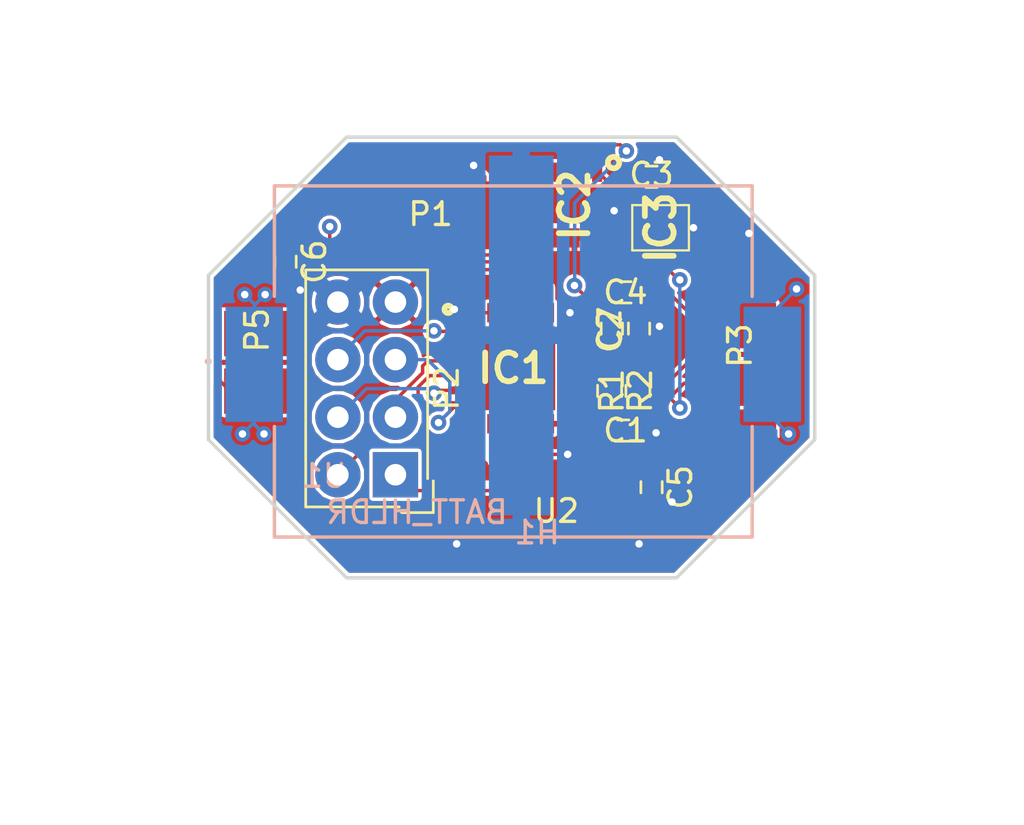
<source format=kicad_pcb>
(kicad_pcb (version 4) (host pcbnew 4.0.5)

  (general
    (links 64)
    (no_connects 1)
    (area 99.174999 70.024999 126.075001 89.625001)
    (thickness 1.6)
    (drawings 8)
    (tracks 217)
    (zones 0)
    (modules 19)
    (nets 19)
  )

  (page A4)
  (layers
    (0 F.Cu signal)
    (31 B.Cu signal)
    (36 B.SilkS user hide)
    (37 F.SilkS user hide)
    (38 B.Mask user hide)
    (39 F.Mask user hide)
    (40 Dwgs.User user)
    (42 Eco1.User user hide)
    (43 Eco2.User user hide)
    (44 Edge.Cuts user)
  )

  (setup
    (last_trace_width 0.1524)
    (trace_clearance 0.1524)
    (zone_clearance 0.1524)
    (zone_45_only yes)
    (trace_min 0.1524)
    (segment_width 0.2)
    (edge_width 0.15)
    (via_size 0.6858)
    (via_drill 0.3302)
    (via_min_size 0.6858)
    (via_min_drill 0.3302)
    (uvia_size 0.6858)
    (uvia_drill 0.3302)
    (uvias_allowed no)
    (uvia_min_size 0)
    (uvia_min_drill 0)
    (pcb_text_width 0.3)
    (pcb_text_size 1.5 1.5)
    (mod_edge_width 0.15)
    (mod_text_size 1 1)
    (mod_text_width 0.15)
    (pad_size 1.524 1.524)
    (pad_drill 0.762)
    (pad_to_mask_clearance 0.2)
    (aux_axis_origin 0 0)
    (visible_elements 7FFCD609)
    (pcbplotparams
      (layerselection 0x00030_80000001)
      (usegerberextensions false)
      (excludeedgelayer true)
      (linewidth 0.100000)
      (plotframeref false)
      (viasonmask false)
      (mode 1)
      (useauxorigin false)
      (hpglpennumber 1)
      (hpglpenspeed 20)
      (hpglpendiameter 15)
      (hpglpenoverlay 2)
      (psnegative false)
      (psa4output false)
      (plotreference true)
      (plotvalue true)
      (plotinvisibletext false)
      (padsonsilk false)
      (subtractmaskfromsilk false)
      (outputformat 1)
      (mirror false)
      (drillshape 1)
      (scaleselection 1)
      (outputdirectory ""))
  )

  (net 0 "")
  (net 1 "Net-(IC1-Pad19)")
  (net 2 "Net-(IC1-Pad20)")
  (net 3 "Net-(IC1-Pad21)")
  (net 4 GND)
  (net 5 "Net-(IC2-Pad3)")
  (net 6 "Net-(IC2-Pad4)")
  (net 7 VCC)
  (net 8 "Net-(C2-Pad1)")
  (net 9 MOSI)
  (net 10 MISO)
  (net 11 SCK)
  (net 12 CSN)
  (net 13 SDA)
  (net 14 SCL)
  (net 15 IRQ)
  (net 16 CE)
  (net 17 "Net-(C5-Pad1)")
  (net 18 "Net-(IC1-Pad17)")

  (net_class Default "This is the default net class."
    (clearance 0.1524)
    (trace_width 0.1524)
    (via_dia 0.6858)
    (via_drill 0.3302)
    (uvia_dia 0.6858)
    (uvia_drill 0.3302)
    (add_net CE)
    (add_net CSN)
    (add_net GND)
    (add_net IRQ)
    (add_net MISO)
    (add_net MOSI)
    (add_net "Net-(C2-Pad1)")
    (add_net "Net-(C5-Pad1)")
    (add_net "Net-(IC1-Pad17)")
    (add_net "Net-(IC1-Pad19)")
    (add_net "Net-(IC1-Pad20)")
    (add_net "Net-(IC1-Pad21)")
    (add_net "Net-(IC2-Pad3)")
    (add_net "Net-(IC2-Pad4)")
    (add_net SCK)
    (add_net SCL)
    (add_net SDA)
    (add_net VCC)
  )

  (module footprints:BAT-HLD-001 (layer B.Cu) (tedit 5A3C0EC0) (tstamp 5A3C2772)
    (at 112.7 80)
    (path /5A39CA4C)
    (fp_text reference U1 (at -8.35 5.05) (layer B.SilkS)
      (effects (font (size 1 1) (thickness 0.15)) (justify mirror))
    )
    (fp_text value BATT_HLDR (at -4.25 6.65) (layer B.SilkS)
      (effects (font (size 1 1) (thickness 0.15)) (justify mirror))
    )
    (fp_text user "Copyright 2016 Accelerated Designs. All rights reserved." (at 0 0) (layer Cmts.User)
      (effects (font (size 0.127 0.127) (thickness 0.002)))
    )
    (fp_line (start -10.541 -7.747) (end 10.541 -7.747) (layer B.SilkS) (width 0.1524))
    (fp_line (start 10.541 -7.747) (end 10.541 -2.87274) (layer B.SilkS) (width 0.1524))
    (fp_line (start 10.541 7.747) (end -10.541 7.747) (layer B.SilkS) (width 0.1524))
    (fp_line (start -10.541 7.747) (end -10.541 2.87274) (layer B.SilkS) (width 0.1524))
    (fp_line (start -10.541 -7.747) (end 10.541 -7.747) (layer Dwgs.User) (width 0.1524))
    (fp_line (start 10.541 -7.747) (end 10.541 7.747) (layer Dwgs.User) (width 0.1524))
    (fp_line (start 10.541 7.747) (end -10.541 7.747) (layer Dwgs.User) (width 0.1524))
    (fp_line (start -10.541 7.747) (end -10.541 -7.747) (layer Dwgs.User) (width 0.1524))
    (fp_line (start -10.541 -2.87274) (end -10.541 -7.747) (layer B.SilkS) (width 0.1524))
    (fp_line (start 10.541 2.87274) (end 10.541 7.747) (layer B.SilkS) (width 0.1524))
    (fp_circle (center -13.462 0) (end -13.3858 0) (layer Dwgs.User) (width 0.1524))
    (fp_circle (center -13.462 0) (end -13.3858 0) (layer B.SilkS) (width 0.1524))
    (pad 1 smd rect (at -11.43 0.127) (size 2.54 5.08) (layers B.Cu)
      (net 7 VCC))
    (pad 3 smd rect (at 11.43 0.127) (size 2.54 5.08) (layers B.Cu)
      (net 7 VCC))
  )

  (module QFN65P500X500X90-25N (layer F.Cu) (tedit 5A3993D3) (tstamp 5A3C08C9)
    (at 112.7 80.3)
    (descr QFN24)
    (tags "Integrated Circuit")
    (path /5A39C40B)
    (attr smd)
    (fp_text reference IC1 (at 0 0) (layer F.SilkS)
      (effects (font (size 1.27 1.27) (thickness 0.254)))
    )
    (fp_text value EFM32TG108F4-QFN24T (at 0 0) (layer F.SilkS) hide
      (effects (font (size 1.27 1.27) (thickness 0.254)))
    )
    (fp_line (start -3.125 -3.125) (end 3.125 -3.125) (layer Dwgs.User) (width 0.05))
    (fp_line (start 3.125 -3.125) (end 3.125 3.125) (layer Dwgs.User) (width 0.05))
    (fp_line (start 3.125 3.125) (end -3.125 3.125) (layer Dwgs.User) (width 0.05))
    (fp_line (start -3.125 3.125) (end -3.125 -3.125) (layer Dwgs.User) (width 0.05))
    (fp_line (start -2.5 -2.5) (end 2.5 -2.5) (layer Dwgs.User) (width 0.1))
    (fp_line (start 2.5 -2.5) (end 2.5 2.5) (layer Dwgs.User) (width 0.1))
    (fp_line (start 2.5 2.5) (end -2.5 2.5) (layer Dwgs.User) (width 0.1))
    (fp_line (start -2.5 2.5) (end -2.5 -2.5) (layer Dwgs.User) (width 0.1))
    (fp_line (start -2.5 -1.85) (end -1.85 -2.5) (layer Dwgs.User) (width 0.1))
    (fp_circle (center -2.8745 -2.6) (end -2.712 -2.6) (layer F.SilkS) (width 0.254))
    (pad 1 smd rect (at -2.45 -1.625 90) (size 0.35 0.85) (layers F.Cu F.Mask)
      (net 16 CE))
    (pad 2 smd rect (at -2.45 -0.975 90) (size 0.35 0.85) (layers F.Cu F.Mask)
      (net 7 VCC))
    (pad 3 smd rect (at -2.45 -0.325 90) (size 0.35 0.85) (layers F.Cu F.Mask)
      (net 9 MOSI))
    (pad 4 smd rect (at -2.45 0.325 90) (size 0.35 0.85) (layers F.Cu F.Mask)
      (net 10 MISO))
    (pad 5 smd rect (at -2.45 0.975 90) (size 0.35 0.85) (layers F.Cu F.Mask)
      (net 11 SCK))
    (pad 6 smd rect (at -2.45 1.625 90) (size 0.35 0.85) (layers F.Cu F.Mask)
      (net 12 CSN))
    (pad 7 smd rect (at -1.625 2.45) (size 0.35 0.85) (layers F.Cu F.Mask)
      (net 17 "Net-(C5-Pad1)"))
    (pad 8 smd rect (at -0.975 2.45) (size 0.35 0.85) (layers F.Cu F.Mask)
      (net 15 IRQ))
    (pad 9 smd rect (at -0.325 2.45) (size 0.35 0.85) (layers F.Cu F.Mask)
      (net 7 VCC))
    (pad 10 smd rect (at 0.325 2.45) (size 0.35 0.85) (layers F.Cu F.Mask)
      (net 4 GND))
    (pad 11 smd rect (at 0.975 2.45) (size 0.35 0.85) (layers F.Cu F.Mask)
      (net 4 GND))
    (pad 12 smd rect (at 1.625 2.45) (size 0.35 0.85) (layers F.Cu F.Mask)
      (net 7 VCC))
    (pad 13 smd rect (at 2.45 1.625 90) (size 0.35 0.85) (layers F.Cu F.Mask)
      (net 13 SDA))
    (pad 14 smd rect (at 2.45 0.975 90) (size 0.35 0.85) (layers F.Cu F.Mask)
      (net 14 SCL))
    (pad 15 smd rect (at 2.45 0.325 90) (size 0.35 0.85) (layers F.Cu F.Mask)
      (net 7 VCC))
    (pad 16 smd rect (at 2.45 -0.325 90) (size 0.35 0.85) (layers F.Cu F.Mask)
      (net 8 "Net-(C2-Pad1)"))
    (pad 17 smd rect (at 2.45 -0.975 90) (size 0.35 0.85) (layers F.Cu F.Mask)
      (net 18 "Net-(IC1-Pad17)"))
    (pad 18 smd rect (at 2.45 -1.625 90) (size 0.35 0.85) (layers F.Cu F.Mask)
      (net 4 GND))
    (pad 19 smd rect (at 1.625 -2.45) (size 0.35 0.85) (layers F.Cu F.Mask)
      (net 1 "Net-(IC1-Pad19)"))
    (pad 20 smd rect (at 0.975 -2.45) (size 0.35 0.85) (layers F.Cu F.Mask)
      (net 2 "Net-(IC1-Pad20)"))
    (pad 21 smd rect (at 0.325 -2.45) (size 0.35 0.85) (layers F.Cu F.Mask)
      (net 3 "Net-(IC1-Pad21)"))
    (pad 22 smd rect (at -0.325 -2.45) (size 0.35 0.85) (layers F.Cu F.Mask)
      (net 7 VCC))
    (pad 23 smd rect (at -0.975 -2.45) (size 0.35 0.85) (layers F.Cu F.Mask)
      (net 4 GND))
    (pad 24 smd rect (at -1.625 -2.45) (size 0.35 0.85) (layers F.Cu F.Mask)
      (net 4 GND))
    (pad 25 smd rect (at 0 0) (size 3.7 3.7) (layers F.Cu F.Mask)
      (net 4 GND))
  )

  (module SON100P300X300X80-7N (layer F.Cu) (tedit 5A398D6B) (tstamp 5A3C08DE)
    (at 115.4 73.1 270)
    (descr "3x3 6-pin DFN_1")
    (tags "Integrated Circuit")
    (path /5A39C3A4)
    (attr smd)
    (fp_text reference IC2 (at 0 0 270) (layer F.SilkS)
      (effects (font (size 1.27 1.27) (thickness 0.254)))
    )
    (fp_text value Si7020-A20-GM (at 0 0 270) (layer F.SilkS) hide
      (effects (font (size 1.27 1.27) (thickness 0.254)))
    )
    (fp_line (start -2.125 -1.75) (end 2.125 -1.75) (layer Dwgs.User) (width 0.05))
    (fp_line (start 2.125 -1.75) (end 2.125 1.75) (layer Dwgs.User) (width 0.05))
    (fp_line (start 2.125 1.75) (end -2.125 1.75) (layer Dwgs.User) (width 0.05))
    (fp_line (start -2.125 1.75) (end -2.125 -1.75) (layer Dwgs.User) (width 0.05))
    (fp_line (start -1.5 -1.5) (end 1.5 -1.5) (layer Dwgs.User) (width 0.1))
    (fp_line (start 1.5 -1.5) (end 1.5 1.5) (layer Dwgs.User) (width 0.1))
    (fp_line (start 1.5 1.5) (end -1.5 1.5) (layer Dwgs.User) (width 0.1))
    (fp_line (start -1.5 1.5) (end -1.5 -1.5) (layer Dwgs.User) (width 0.1))
    (fp_line (start -1.5 -0.75) (end -0.75 -1.5) (layer Dwgs.User) (width 0.1))
    (fp_circle (center -1.875 -1.725) (end -1.75 -1.725) (layer F.SilkS) (width 0.254))
    (pad 1 smd rect (at -1.45 -1) (size 0.45 0.85) (layers F.Cu F.Mask)
      (net 13 SDA))
    (pad 2 smd rect (at -1.45 0) (size 0.45 0.85) (layers F.Cu F.Mask)
      (net 4 GND))
    (pad 3 smd rect (at -1.45 1) (size 0.45 0.85) (layers F.Cu F.Mask)
      (net 5 "Net-(IC2-Pad3)"))
    (pad 4 smd rect (at 1.45 1) (size 0.45 0.85) (layers F.Cu F.Mask)
      (net 6 "Net-(IC2-Pad4)"))
    (pad 5 smd rect (at 1.45 0) (size 0.45 0.85) (layers F.Cu F.Mask)
      (net 7 VCC))
    (pad 6 smd rect (at 1.45 -1) (size 0.45 0.85) (layers F.Cu F.Mask)
      (net 14 SCL))
    (pad 7 smd rect (at 0 0 270) (size 1.6 2.5) (layers F.Cu F.Mask)
      (net 4 GND))
  )

  (module 8-PIN-METAL-LID-LGA (layer F.Cu) (tedit 5A398CAC) (tstamp 5A3C08F2)
    (at 119.2 74.1 270)
    (descr "8-pin metal-lid LGA")
    (tags "Integrated Circuit")
    (path /5A39C4CC)
    (attr smd)
    (fp_text reference IC3 (at 0 0 270) (layer F.SilkS)
      (effects (font (size 1.27 1.27) (thickness 0.254)))
    )
    (fp_text value bmp280 (at 0 0 270) (layer F.SilkS) hide
      (effects (font (size 1.27 1.27) (thickness 0.254)))
    )
    (fp_line (start -1 -1.25) (end 1 -1.25) (layer F.SilkS) (width 0.1))
    (fp_line (start 1 -1.25) (end 1 1.25) (layer F.SilkS) (width 0.1))
    (fp_line (start 1 1.25) (end -1 1.25) (layer F.SilkS) (width 0.1))
    (fp_line (start -1 1.25) (end -1 -1.25) (layer F.SilkS) (width 0.1))
    (fp_line (start -1 -1.25) (end 1 -1.25) (layer Dwgs.User) (width 0.1))
    (fp_line (start 1 -1.25) (end 1 1.25) (layer Dwgs.User) (width 0.1))
    (fp_line (start 1 1.25) (end -1 1.25) (layer Dwgs.User) (width 0.1))
    (fp_line (start -1 1.25) (end -1 -1.25) (layer Dwgs.User) (width 0.1))
    (pad 1 smd rect (at 0.8 -0.975) (size 0.35 0.5) (layers F.Cu F.Mask)
      (net 4 GND))
    (pad 2 smd rect (at 0.8 -0.325) (size 0.35 0.5) (layers F.Cu F.Mask)
      (net 7 VCC))
    (pad 3 smd rect (at 0.8 0.325) (size 0.35 0.5) (layers F.Cu F.Mask)
      (net 13 SDA))
    (pad 4 smd rect (at 0.8 0.975) (size 0.35 0.5) (layers F.Cu F.Mask)
      (net 14 SCL))
    (pad 5 smd rect (at -0.8 0.975) (size 0.35 0.5) (layers F.Cu F.Mask)
      (net 7 VCC))
    (pad 6 smd rect (at -0.8 0.325) (size 0.35 0.5) (layers F.Cu F.Mask)
      (net 7 VCC))
    (pad 7 smd rect (at -0.8 -0.325) (size 0.35 0.5) (layers F.Cu F.Mask)
      (net 4 GND))
    (pad 8 smd rect (at -0.8 -0.975) (size 0.35 0.5) (layers F.Cu F.Mask)
      (net 7 VCC))
  )

  (module Capacitors_SMD:C_0402 (layer F.Cu) (tedit 5A3C353C) (tstamp 5A3C26DB)
    (at 117.55 83.05)
    (descr "Capacitor SMD 0402, reflow soldering, AVX (see smccp.pdf)")
    (tags "capacitor 0402")
    (path /5A3C34A1)
    (attr smd)
    (fp_text reference C1 (at 0.1 0) (layer F.SilkS)
      (effects (font (size 1 1) (thickness 0.15)))
    )
    (fp_text value C (at 0 1.27) (layer F.Fab) hide
      (effects (font (size 1 1) (thickness 0.15)))
    )
    (fp_text user %R (at 0.1 0) (layer F.Fab)
      (effects (font (size 1 1) (thickness 0.15)))
    )
    (fp_line (start -0.5 0.25) (end -0.5 -0.25) (layer F.Fab) (width 0.1))
    (fp_line (start 0.5 0.25) (end -0.5 0.25) (layer F.Fab) (width 0.1))
    (fp_line (start 0.5 -0.25) (end 0.5 0.25) (layer F.Fab) (width 0.1))
    (fp_line (start -0.5 -0.25) (end 0.5 -0.25) (layer F.Fab) (width 0.1))
    (fp_line (start 0.25 -0.47) (end -0.25 -0.47) (layer F.SilkS) (width 0.12))
    (fp_line (start -0.25 0.47) (end 0.25 0.47) (layer F.SilkS) (width 0.12))
    (fp_line (start -1 -0.4) (end 1 -0.4) (layer F.CrtYd) (width 0.05))
    (fp_line (start -1 -0.4) (end -1 0.4) (layer F.CrtYd) (width 0.05))
    (fp_line (start 1 0.4) (end 1 -0.4) (layer F.CrtYd) (width 0.05))
    (fp_line (start 1 0.4) (end -1 0.4) (layer F.CrtYd) (width 0.05))
    (pad 1 smd rect (at -0.55 0) (size 0.6 0.5) (layers F.Cu F.Mask)
      (net 7 VCC))
    (pad 2 smd rect (at 0.55 0) (size 0.6 0.5) (layers F.Cu F.Mask)
      (net 4 GND))
    (model Capacitors_SMD.3dshapes/C_0402.wrl
      (at (xyz 0 0 0))
      (scale (xyz 1 1 1))
      (rotate (xyz 0 0 0))
    )
  )

  (module Capacitors_SMD:C_0402 (layer F.Cu) (tedit 5A3C3536) (tstamp 5A3C26EC)
    (at 117.05 78.55 90)
    (descr "Capacitor SMD 0402, reflow soldering, AVX (see smccp.pdf)")
    (tags "capacitor 0402")
    (path /5A3C1CFA)
    (attr smd)
    (fp_text reference C2 (at -0.1 -0.1 90) (layer F.SilkS)
      (effects (font (size 1 1) (thickness 0.15)))
    )
    (fp_text value C (at 0 1.27 90) (layer F.Fab) hide
      (effects (font (size 1 1) (thickness 0.15)))
    )
    (fp_text user %R (at -0.1 -0.1 90) (layer F.Fab)
      (effects (font (size 1 1) (thickness 0.15)))
    )
    (fp_line (start -0.5 0.25) (end -0.5 -0.25) (layer F.Fab) (width 0.1))
    (fp_line (start 0.5 0.25) (end -0.5 0.25) (layer F.Fab) (width 0.1))
    (fp_line (start 0.5 -0.25) (end 0.5 0.25) (layer F.Fab) (width 0.1))
    (fp_line (start -0.5 -0.25) (end 0.5 -0.25) (layer F.Fab) (width 0.1))
    (fp_line (start 0.25 -0.47) (end -0.25 -0.47) (layer F.SilkS) (width 0.12))
    (fp_line (start -0.25 0.47) (end 0.25 0.47) (layer F.SilkS) (width 0.12))
    (fp_line (start -1 -0.4) (end 1 -0.4) (layer F.CrtYd) (width 0.05))
    (fp_line (start -1 -0.4) (end -1 0.4) (layer F.CrtYd) (width 0.05))
    (fp_line (start 1 0.4) (end 1 -0.4) (layer F.CrtYd) (width 0.05))
    (fp_line (start 1 0.4) (end -1 0.4) (layer F.CrtYd) (width 0.05))
    (pad 1 smd rect (at -0.55 0 90) (size 0.6 0.5) (layers F.Cu F.Mask)
      (net 8 "Net-(C2-Pad1)"))
    (pad 2 smd rect (at 0.55 0 90) (size 0.6 0.5) (layers F.Cu F.Mask)
      (net 4 GND))
    (model Capacitors_SMD.3dshapes/C_0402.wrl
      (at (xyz 0 0 0))
      (scale (xyz 1 1 1))
      (rotate (xyz 0 0 0))
    )
  )

  (module Capacitors_SMD:C_0402 (layer F.Cu) (tedit 5A3C3548) (tstamp 5A3C26FD)
    (at 118.8 71.85)
    (descr "Capacitor SMD 0402, reflow soldering, AVX (see smccp.pdf)")
    (tags "capacitor 0402")
    (path /5A3C29A7)
    (attr smd)
    (fp_text reference C3 (at 0 -0.1) (layer F.SilkS)
      (effects (font (size 1 1) (thickness 0.15)))
    )
    (fp_text value C (at 0 1.27) (layer F.Fab) hide
      (effects (font (size 1 1) (thickness 0.15)))
    )
    (fp_text user %R (at 0 -1.27) (layer F.Fab) hide
      (effects (font (size 1 1) (thickness 0.15)))
    )
    (fp_line (start -0.5 0.25) (end -0.5 -0.25) (layer F.Fab) (width 0.1))
    (fp_line (start 0.5 0.25) (end -0.5 0.25) (layer F.Fab) (width 0.1))
    (fp_line (start 0.5 -0.25) (end 0.5 0.25) (layer F.Fab) (width 0.1))
    (fp_line (start -0.5 -0.25) (end 0.5 -0.25) (layer F.Fab) (width 0.1))
    (fp_line (start 0.25 -0.47) (end -0.25 -0.47) (layer F.SilkS) (width 0.12))
    (fp_line (start -0.25 0.47) (end 0.25 0.47) (layer F.SilkS) (width 0.12))
    (fp_line (start -1 -0.4) (end 1 -0.4) (layer F.CrtYd) (width 0.05))
    (fp_line (start -1 -0.4) (end -1 0.4) (layer F.CrtYd) (width 0.05))
    (fp_line (start 1 0.4) (end 1 -0.4) (layer F.CrtYd) (width 0.05))
    (fp_line (start 1 0.4) (end -1 0.4) (layer F.CrtYd) (width 0.05))
    (pad 1 smd rect (at -0.55 0) (size 0.6 0.5) (layers F.Cu F.Mask)
      (net 7 VCC))
    (pad 2 smd rect (at 0.55 0) (size 0.6 0.5) (layers F.Cu F.Mask)
      (net 4 GND))
    (model Capacitors_SMD.3dshapes/C_0402.wrl
      (at (xyz 0 0 0))
      (scale (xyz 1 1 1))
      (rotate (xyz 0 0 0))
    )
  )

  (module Capacitors_SMD:C_0402 (layer F.Cu) (tedit 5A3C3550) (tstamp 5A3C270E)
    (at 117.65 76.95)
    (descr "Capacitor SMD 0402, reflow soldering, AVX (see smccp.pdf)")
    (tags "capacitor 0402")
    (path /5A3C2BE8)
    (attr smd)
    (fp_text reference C4 (at 0 0) (layer F.SilkS)
      (effects (font (size 1 1) (thickness 0.15)))
    )
    (fp_text value C (at 0 1.27) (layer F.Fab) hide
      (effects (font (size 1 1) (thickness 0.15)))
    )
    (fp_text user %R (at 0 -1.27) (layer F.Fab) hide
      (effects (font (size 1 1) (thickness 0.15)))
    )
    (fp_line (start -0.5 0.25) (end -0.5 -0.25) (layer F.Fab) (width 0.1))
    (fp_line (start 0.5 0.25) (end -0.5 0.25) (layer F.Fab) (width 0.1))
    (fp_line (start 0.5 -0.25) (end 0.5 0.25) (layer F.Fab) (width 0.1))
    (fp_line (start -0.5 -0.25) (end 0.5 -0.25) (layer F.Fab) (width 0.1))
    (fp_line (start 0.25 -0.47) (end -0.25 -0.47) (layer F.SilkS) (width 0.12))
    (fp_line (start -0.25 0.47) (end 0.25 0.47) (layer F.SilkS) (width 0.12))
    (fp_line (start -1 -0.4) (end 1 -0.4) (layer F.CrtYd) (width 0.05))
    (fp_line (start -1 -0.4) (end -1 0.4) (layer F.CrtYd) (width 0.05))
    (fp_line (start 1 0.4) (end 1 -0.4) (layer F.CrtYd) (width 0.05))
    (fp_line (start 1 0.4) (end -1 0.4) (layer F.CrtYd) (width 0.05))
    (pad 1 smd rect (at -0.55 0) (size 0.6 0.5) (layers F.Cu F.Mask)
      (net 7 VCC))
    (pad 2 smd rect (at 0.55 0) (size 0.6 0.5) (layers F.Cu F.Mask)
      (net 4 GND))
    (model Capacitors_SMD.3dshapes/C_0402.wrl
      (at (xyz 0 0 0))
      (scale (xyz 1 1 1))
      (rotate (xyz 0 0 0))
    )
  )

  (module footprints:Batt_Neg_Contact (layer B.Cu) (tedit 5A3C0FF9) (tstamp 5A3C271C)
    (at 113.1 81.5)
    (path /5A3C1843)
    (fp_text reference H1 (at 0.65 6.05) (layer B.SilkS)
      (effects (font (size 1 1) (thickness 0.15)) (justify mirror))
    )
    (fp_text value Batt_Neg_Contact (at -0.05 7.5) (layer B.Fab)
      (effects (font (size 1 1) (thickness 0.15)) (justify mirror))
    )
    (fp_line (start 0 5.35) (end -4.55 5.35) (layer B.CrtYd) (width 0.15))
    (fp_line (start -4.55 5.35) (end -4.55 -8.75) (layer B.CrtYd) (width 0.15))
    (fp_line (start -4.55 -8.75) (end -2 -8.75) (layer B.CrtYd) (width 0.15))
    (fp_line (start -2 -8.75) (end -2 2.15) (layer B.CrtYd) (width 0.15))
    (fp_line (start -2 2.15) (end 2 2.15) (layer B.CrtYd) (width 0.15))
    (fp_line (start 2 2.15) (end 2 -8.75) (layer B.CrtYd) (width 0.15))
    (fp_line (start 2 -8.75) (end 4.55 -8.75) (layer B.CrtYd) (width 0.15))
    (fp_line (start 4.55 -8.75) (end 4.55 5.35) (layer B.CrtYd) (width 0.15))
    (fp_line (start 4.55 5.35) (end 0 5.35) (layer B.CrtYd) (width 0.15))
    (pad 1 smd rect (at -0.05 -2.65) (size 2.85 15.88) (layers B.Cu B.Mask)
      (net 4 GND))
  )

  (module Resistors_SMD:R_0402 (layer F.Cu) (tedit 5A3C3557) (tstamp 5A3C2BD6)
    (at 116.95 81.3 270)
    (descr "Resistor SMD 0402, reflow soldering, Vishay (see dcrcw.pdf)")
    (tags "resistor 0402")
    (path /5A3CF9F5)
    (attr smd)
    (fp_text reference R1 (at 0 -0.1 270) (layer F.SilkS)
      (effects (font (size 1 1) (thickness 0.15)))
    )
    (fp_text value R (at 0 1.45 270) (layer F.Fab) hide
      (effects (font (size 1 1) (thickness 0.15)))
    )
    (fp_text user %R (at 0 -0.1 270) (layer F.Fab)
      (effects (font (size 1 1) (thickness 0.15)))
    )
    (fp_line (start -0.5 0.25) (end -0.5 -0.25) (layer F.Fab) (width 0.1))
    (fp_line (start 0.5 0.25) (end -0.5 0.25) (layer F.Fab) (width 0.1))
    (fp_line (start 0.5 -0.25) (end 0.5 0.25) (layer F.Fab) (width 0.1))
    (fp_line (start -0.5 -0.25) (end 0.5 -0.25) (layer F.Fab) (width 0.1))
    (fp_line (start 0.25 -0.53) (end -0.25 -0.53) (layer F.SilkS) (width 0.12))
    (fp_line (start -0.25 0.53) (end 0.25 0.53) (layer F.SilkS) (width 0.12))
    (fp_line (start -0.8 -0.45) (end 0.8 -0.45) (layer F.CrtYd) (width 0.05))
    (fp_line (start -0.8 -0.45) (end -0.8 0.45) (layer F.CrtYd) (width 0.05))
    (fp_line (start 0.8 0.45) (end 0.8 -0.45) (layer F.CrtYd) (width 0.05))
    (fp_line (start 0.8 0.45) (end -0.8 0.45) (layer F.CrtYd) (width 0.05))
    (pad 1 smd rect (at -0.45 0 270) (size 0.4 0.6) (layers F.Cu F.Mask)
      (net 7 VCC))
    (pad 2 smd rect (at 0.45 0 270) (size 0.4 0.6) (layers F.Cu F.Mask)
      (net 14 SCL))
    (model ${KISYS3DMOD}/Resistors_SMD.3dshapes/R_0402.wrl
      (at (xyz 0 0 0))
      (scale (xyz 1 1 1))
      (rotate (xyz 0 0 0))
    )
  )

  (module Resistors_SMD:R_0402 (layer F.Cu) (tedit 5A3C355D) (tstamp 5A3C2BE7)
    (at 118.2 81.3 270)
    (descr "Resistor SMD 0402, reflow soldering, Vishay (see dcrcw.pdf)")
    (tags "resistor 0402")
    (path /5A3CFB02)
    (attr smd)
    (fp_text reference R2 (at 0 -0.1 270) (layer F.SilkS)
      (effects (font (size 1 1) (thickness 0.15)))
    )
    (fp_text value R (at 1.5 1 270) (layer F.Fab) hide
      (effects (font (size 1 1) (thickness 0.15)))
    )
    (fp_text user %R (at 0 -0.1 270) (layer F.Fab)
      (effects (font (size 1 1) (thickness 0.15)))
    )
    (fp_line (start -0.5 0.25) (end -0.5 -0.25) (layer F.Fab) (width 0.1))
    (fp_line (start 0.5 0.25) (end -0.5 0.25) (layer F.Fab) (width 0.1))
    (fp_line (start 0.5 -0.25) (end 0.5 0.25) (layer F.Fab) (width 0.1))
    (fp_line (start -0.5 -0.25) (end 0.5 -0.25) (layer F.Fab) (width 0.1))
    (fp_line (start 0.25 -0.53) (end -0.25 -0.53) (layer F.SilkS) (width 0.12))
    (fp_line (start -0.25 0.53) (end 0.25 0.53) (layer F.SilkS) (width 0.12))
    (fp_line (start -0.8 -0.45) (end 0.8 -0.45) (layer F.CrtYd) (width 0.05))
    (fp_line (start -0.8 -0.45) (end -0.8 0.45) (layer F.CrtYd) (width 0.05))
    (fp_line (start 0.8 0.45) (end 0.8 -0.45) (layer F.CrtYd) (width 0.05))
    (fp_line (start 0.8 0.45) (end -0.8 0.45) (layer F.CrtYd) (width 0.05))
    (pad 1 smd rect (at -0.45 0 270) (size 0.4 0.6) (layers F.Cu F.Mask)
      (net 7 VCC))
    (pad 2 smd rect (at 0.45 0 270) (size 0.4 0.6) (layers F.Cu F.Mask)
      (net 13 SDA))
    (model ${KISYS3DMOD}/Resistors_SMD.3dshapes/R_0402.wrl
      (at (xyz 0 0 0))
      (scale (xyz 1 1 1))
      (rotate (xyz 0 0 0))
    )
  )

  (module myLibrary:Conn_1x3_SMD (layer F.Cu) (tedit 5A3C33DF) (tstamp 5A3C32FB)
    (at 108.9 71.4)
    (path /5A3C554B)
    (fp_text reference P1 (at 0.15 2.1) (layer F.SilkS)
      (effects (font (size 1 1) (thickness 0.15)))
    )
    (fp_text value CONN_01X03 (at 0 -0.5) (layer F.Fab) hide
      (effects (font (size 1 1) (thickness 0.15)))
    )
    (fp_line (start -3.7 0.5) (end -3.7 3.8) (layer F.CrtYd) (width 0.15))
    (fp_line (start -3.7 3.8) (end 3.7 3.8) (layer F.CrtYd) (width 0.15))
    (fp_line (start 3.7 3.8) (end 3.65 3.8) (layer F.CrtYd) (width 0.15))
    (fp_line (start 3.65 3.8) (end 3.7 3.8) (layer F.CrtYd) (width 0.15))
    (fp_line (start 3.7 3.8) (end 3.7 0.5) (layer F.CrtYd) (width 0.15))
    (fp_line (start 3.7 0.5) (end -3.7 0.5) (layer F.CrtYd) (width 0.15))
    (pad 2 smd rect (at 0 2.15) (size 2 3) (layers F.Cu F.Mask)
      (net 1 "Net-(IC1-Pad19)"))
    (pad 1 smd rect (at -2.54 2.15) (size 2 3) (layers F.Cu F.Mask)
      (net 2 "Net-(IC1-Pad20)"))
    (pad 3 smd rect (at 2.54 2.15) (size 2 3) (layers F.Cu F.Mask)
      (net 4 GND))
  )

  (module Connectors_Samtec:SDL-108-X-XX_2x04 (layer F.Cu) (tedit 5A3C33DC) (tstamp 5A3C3320)
    (at 107.5 85 180)
    (descr "Double row, low profile, screw machine socket strip, through hole, 100mil / 2.54mm pitch")
    (tags "samtec socket strip tht dual")
    (path /5A3C74C3)
    (fp_text reference P2 (at -2.27 3.81 270) (layer F.SilkS)
      (effects (font (size 1 1) (thickness 0.15)))
    )
    (fp_text value CONN_02X04 (at 4.81 3.81 270) (layer F.Fab) hide
      (effects (font (size 1 1) (thickness 0.15)))
    )
    (fp_line (start -0.17 -1.42) (end 3.96 -1.42) (layer F.SilkS) (width 0.12))
    (fp_line (start 3.96 -1.42) (end 3.96 9.04) (layer F.SilkS) (width 0.12))
    (fp_line (start 3.96 9.04) (end -1.42 9.04) (layer F.SilkS) (width 0.12))
    (fp_line (start -1.42 9.04) (end -1.42 -0.17) (layer F.SilkS) (width 0.12))
    (fp_line (start -0.27 -1.67) (end -1.67 -1.67) (layer F.SilkS) (width 0.12))
    (fp_line (start -1.67 -1.67) (end -1.67 -0.27) (layer F.SilkS) (width 0.12))
    (fp_line (start -0.27 -1.67) (end -1.67 -1.67) (layer F.Fab) (width 0.1))
    (fp_line (start -1.67 -1.67) (end -1.67 -0.27) (layer F.Fab) (width 0.1))
    (fp_line (start -1.27 -1.27) (end -1.27 8.89) (layer F.Fab) (width 0.1))
    (fp_line (start -1.27 8.89) (end 3.81 8.89) (layer F.Fab) (width 0.1))
    (fp_line (start 3.81 8.89) (end 3.81 -1.27) (layer F.Fab) (width 0.1))
    (fp_line (start 3.81 -1.27) (end -1.27 -1.27) (layer F.Fab) (width 0.1))
    (fp_line (start -1.77 -1.77) (end -1.77 9.39) (layer F.CrtYd) (width 0.05))
    (fp_line (start -1.77 9.39) (end 4.31 9.39) (layer F.CrtYd) (width 0.05))
    (fp_line (start 4.31 9.39) (end 4.31 -1.77) (layer F.CrtYd) (width 0.05))
    (fp_line (start 4.31 -1.77) (end -1.77 -1.77) (layer F.CrtYd) (width 0.05))
    (fp_line (start -1.27 1.27) (end -1.07 1.27) (layer F.Fab) (width 0.1))
    (fp_line (start 3.81 1.27) (end 3.61 1.27) (layer F.Fab) (width 0.1))
    (fp_line (start -1.27 3.81) (end -1.07 3.81) (layer F.Fab) (width 0.1))
    (fp_line (start 3.81 3.81) (end 3.61 3.81) (layer F.Fab) (width 0.1))
    (fp_line (start -1.27 6.35) (end -1.07 6.35) (layer F.Fab) (width 0.1))
    (fp_line (start 3.81 6.35) (end 3.61 6.35) (layer F.Fab) (width 0.1))
    (fp_line (start -1.27 8.89) (end -1.07 8.89) (layer F.Fab) (width 0.1))
    (fp_line (start 3.81 8.89) (end 3.61 8.89) (layer F.Fab) (width 0.1))
    (fp_text user %R (at 1.27 3.81 270) (layer F.Fab)
      (effects (font (size 1 1) (thickness 0.15)))
    )
    (pad 1 thru_hole rect (at 0 0 180) (size 2 2) (drill 0.95) (layers *.Cu *.Mask)
      (net 15 IRQ))
    (pad 3 thru_hole circle (at 0 2.54 180) (size 2 2) (drill 0.95) (layers *.Cu *.Mask)
      (net 9 MOSI))
    (pad 5 thru_hole circle (at 0 5.08 180) (size 2 2) (drill 0.95) (layers *.Cu *.Mask)
      (net 12 CSN))
    (pad 7 thru_hole circle (at 0 7.62 180) (size 2 2) (drill 0.95) (layers *.Cu *.Mask)
      (net 7 VCC))
    (pad 2 thru_hole circle (at 2.54 0 180) (size 2 2) (drill 0.95) (layers *.Cu *.Mask)
      (net 10 MISO))
    (pad 4 thru_hole circle (at 2.54 2.54 180) (size 2 2) (drill 0.95) (layers *.Cu *.Mask)
      (net 11 SCK))
    (pad 6 thru_hole circle (at 2.54 5.08 180) (size 2 2) (drill 0.95) (layers *.Cu *.Mask)
      (net 16 CE))
    (pad 8 thru_hole circle (at 2.54 7.62 180) (size 2 2) (drill 0.95) (layers *.Cu *.Mask)
      (net 4 GND))
    (model ${KISYS3DMOD}/Connectors_Samtec.3dshapes/SDL-108-X-XX_2x04.wrl
      (at (xyz 0 0 0))
      (scale (xyz 1 1 1))
      (rotate (xyz 0 0 0))
    )
  )

  (module myLibrary:Conn_1x4_SMD (layer F.Cu) (tedit 5A3C33D1) (tstamp 5A3C332C)
    (at 120.9 79.6 90)
    (path /5A3CDF26)
    (fp_text reference P3 (at 0.3 1.8 90) (layer F.SilkS)
      (effects (font (size 1 1) (thickness 0.15)))
    )
    (fp_text value CONN_01X04 (at 0 -0.5 90) (layer F.Fab) hide
      (effects (font (size 1 1) (thickness 0.15)))
    )
    (fp_line (start 4.9 0.25) (end -5.05 0.25) (layer F.CrtYd) (width 0.15))
    (fp_line (start -5.05 0.25) (end -5.05 3.55) (layer F.CrtYd) (width 0.15))
    (fp_line (start -5.05 3.55) (end 4.9 3.55) (layer F.CrtYd) (width 0.15))
    (fp_line (start 4.9 0.25) (end 4.9 3.55) (layer F.CrtYd) (width 0.15))
    (pad 4 smd rect (at 3.72 1.9 90) (size 2 3) (layers F.Cu F.Mask)
      (net 4 GND))
    (pad 1 smd rect (at -3.9 1.9 90) (size 2 3) (layers F.Cu F.Mask)
      (net 7 VCC))
    (pad 2 smd rect (at -1.36 1.9 90) (size 2 3) (layers F.Cu F.Mask)
      (net 13 SDA))
    (pad 3 smd rect (at 1.18 1.9 90) (size 2 3) (layers F.Cu F.Mask)
      (net 14 SCL))
  )

  (module myLibrary:PB-P010336 (layer F.Cu) (tedit 5A3C33D8) (tstamp 5A3C333B)
    (at 114.5 83.3)
    (path /5A3C6BCB)
    (fp_text reference U2 (at 0.1 3.3) (layer F.SilkS)
      (effects (font (size 1 1) (thickness 0.15)))
    )
    (fp_text value Pushbutton (at -0.3 6.6) (layer F.Fab) hide
      (effects (font (size 1 1) (thickness 0.15)))
    )
    (fp_line (start -2.95 5.6) (end -2.95 0.85) (layer F.CrtYd) (width 0.15))
    (fp_line (start 2.45 5.6) (end -2.95 5.6) (layer F.CrtYd) (width 0.15))
    (fp_line (start 2.45 0.85) (end 2.45 5.6) (layer F.CrtYd) (width 0.15))
    (fp_line (start -2.95 0.85) (end 2.45 0.85) (layer F.CrtYd) (width 0.15))
    (fp_line (start 2.45 0.85) (end 2.45 5.6) (layer F.CrtYd) (width 0.15))
    (fp_line (start 2.45 5.6) (end -2.95 5.6) (layer F.CrtYd) (width 0.15))
    (fp_line (start -2.95 5.6) (end -2.95 0.85) (layer F.CrtYd) (width 0.15))
    (pad 2 smd rect (at 2.45 4.75) (size 1.4 0.7) (layers F.Cu F.Mask)
      (net 4 GND))
    (pad 2 smd rect (at -3 4.75) (size 1.4 0.7) (layers F.Cu F.Mask)
      (net 4 GND))
    (pad 1 smd rect (at 2.45 1.6) (size 1.4 0.7) (layers F.Cu F.Mask)
      (net 17 "Net-(C5-Pad1)"))
    (pad 1 smd rect (at -3 1.6) (size 1.4 0.7) (layers F.Cu F.Mask)
      (net 17 "Net-(C5-Pad1)"))
  )

  (module Capacitors_SMD:C_0402 (layer F.Cu) (tedit 58AA841A) (tstamp 5A3D39FC)
    (at 118.8 85.55 270)
    (descr "Capacitor SMD 0402, reflow soldering, AVX (see smccp.pdf)")
    (tags "capacitor 0402")
    (path /5A3D4E1C)
    (attr smd)
    (fp_text reference C5 (at 0 -1.27 270) (layer F.SilkS)
      (effects (font (size 1 1) (thickness 0.15)))
    )
    (fp_text value C (at 0 1.27 270) (layer F.Fab)
      (effects (font (size 1 1) (thickness 0.15)))
    )
    (fp_text user %R (at 0 -1.27 270) (layer F.Fab)
      (effects (font (size 1 1) (thickness 0.15)))
    )
    (fp_line (start -0.5 0.25) (end -0.5 -0.25) (layer F.Fab) (width 0.1))
    (fp_line (start 0.5 0.25) (end -0.5 0.25) (layer F.Fab) (width 0.1))
    (fp_line (start 0.5 -0.25) (end 0.5 0.25) (layer F.Fab) (width 0.1))
    (fp_line (start -0.5 -0.25) (end 0.5 -0.25) (layer F.Fab) (width 0.1))
    (fp_line (start 0.25 -0.47) (end -0.25 -0.47) (layer F.SilkS) (width 0.12))
    (fp_line (start -0.25 0.47) (end 0.25 0.47) (layer F.SilkS) (width 0.12))
    (fp_line (start -1 -0.4) (end 1 -0.4) (layer F.CrtYd) (width 0.05))
    (fp_line (start -1 -0.4) (end -1 0.4) (layer F.CrtYd) (width 0.05))
    (fp_line (start 1 0.4) (end 1 -0.4) (layer F.CrtYd) (width 0.05))
    (fp_line (start 1 0.4) (end -1 0.4) (layer F.CrtYd) (width 0.05))
    (pad 1 smd rect (at -0.55 0 270) (size 0.6 0.5) (layers F.Cu F.Mask)
      (net 17 "Net-(C5-Pad1)"))
    (pad 2 smd rect (at 0.55 0 270) (size 0.6 0.5) (layers F.Cu F.Mask)
      (net 4 GND))
    (model Capacitors_SMD.3dshapes/C_0402.wrl
      (at (xyz 0 0 0))
      (scale (xyz 1 1 1))
      (rotate (xyz 0 0 0))
    )
  )

  (module Capacitors_SMD:C_0402 (layer F.Cu) (tedit 58AA841A) (tstamp 5A3D3BD1)
    (at 102.65 75.6 270)
    (descr "Capacitor SMD 0402, reflow soldering, AVX (see smccp.pdf)")
    (tags "capacitor 0402")
    (path /5A3D5872)
    (attr smd)
    (fp_text reference C6 (at 0 -1.27 270) (layer F.SilkS)
      (effects (font (size 1 1) (thickness 0.15)))
    )
    (fp_text value C (at 0 1.27 270) (layer F.Fab)
      (effects (font (size 1 1) (thickness 0.15)))
    )
    (fp_text user %R (at 0 -1.27 270) (layer F.Fab)
      (effects (font (size 1 1) (thickness 0.15)))
    )
    (fp_line (start -0.5 0.25) (end -0.5 -0.25) (layer F.Fab) (width 0.1))
    (fp_line (start 0.5 0.25) (end -0.5 0.25) (layer F.Fab) (width 0.1))
    (fp_line (start 0.5 -0.25) (end 0.5 0.25) (layer F.Fab) (width 0.1))
    (fp_line (start -0.5 -0.25) (end 0.5 -0.25) (layer F.Fab) (width 0.1))
    (fp_line (start 0.25 -0.47) (end -0.25 -0.47) (layer F.SilkS) (width 0.12))
    (fp_line (start -0.25 0.47) (end 0.25 0.47) (layer F.SilkS) (width 0.12))
    (fp_line (start -1 -0.4) (end 1 -0.4) (layer F.CrtYd) (width 0.05))
    (fp_line (start -1 -0.4) (end -1 0.4) (layer F.CrtYd) (width 0.05))
    (fp_line (start 1 0.4) (end 1 -0.4) (layer F.CrtYd) (width 0.05))
    (fp_line (start 1 0.4) (end -1 0.4) (layer F.CrtYd) (width 0.05))
    (pad 1 smd rect (at -0.55 0 270) (size 0.6 0.5) (layers F.Cu F.Mask)
      (net 7 VCC))
    (pad 2 smd rect (at 0.55 0 270) (size 0.6 0.5) (layers F.Cu F.Mask)
      (net 4 GND))
    (model Capacitors_SMD.3dshapes/C_0402.wrl
      (at (xyz 0 0 0))
      (scale (xyz 1 1 1))
      (rotate (xyz 0 0 0))
    )
  )

  (module Capacitors_SMD:C_0402 (layer F.Cu) (tedit 58AA841A) (tstamp 5A3D3FE0)
    (at 118.25 78.55 90)
    (descr "Capacitor SMD 0402, reflow soldering, AVX (see smccp.pdf)")
    (tags "capacitor 0402")
    (path /5A3D8390)
    (attr smd)
    (fp_text reference C7 (at 0 -1.27 90) (layer F.SilkS)
      (effects (font (size 1 1) (thickness 0.15)))
    )
    (fp_text value C (at 0 1.27 90) (layer F.Fab)
      (effects (font (size 1 1) (thickness 0.15)))
    )
    (fp_text user %R (at 0 -1.27 90) (layer F.Fab)
      (effects (font (size 1 1) (thickness 0.15)))
    )
    (fp_line (start -0.5 0.25) (end -0.5 -0.25) (layer F.Fab) (width 0.1))
    (fp_line (start 0.5 0.25) (end -0.5 0.25) (layer F.Fab) (width 0.1))
    (fp_line (start 0.5 -0.25) (end 0.5 0.25) (layer F.Fab) (width 0.1))
    (fp_line (start -0.5 -0.25) (end 0.5 -0.25) (layer F.Fab) (width 0.1))
    (fp_line (start 0.25 -0.47) (end -0.25 -0.47) (layer F.SilkS) (width 0.12))
    (fp_line (start -0.25 0.47) (end 0.25 0.47) (layer F.SilkS) (width 0.12))
    (fp_line (start -1 -0.4) (end 1 -0.4) (layer F.CrtYd) (width 0.05))
    (fp_line (start -1 -0.4) (end -1 0.4) (layer F.CrtYd) (width 0.05))
    (fp_line (start 1 0.4) (end 1 -0.4) (layer F.CrtYd) (width 0.05))
    (fp_line (start 1 0.4) (end -1 0.4) (layer F.CrtYd) (width 0.05))
    (pad 1 smd rect (at -0.55 0 90) (size 0.6 0.5) (layers F.Cu F.Mask)
      (net 7 VCC))
    (pad 2 smd rect (at 0.55 0 90) (size 0.6 0.5) (layers F.Cu F.Mask)
      (net 4 GND))
    (model Capacitors_SMD.3dshapes/C_0402.wrl
      (at (xyz 0 0 0))
      (scale (xyz 1 1 1))
      (rotate (xyz 0 0 0))
    )
  )

  (module myLibrary:Conn_1x2_SMD (layer F.Cu) (tedit 5A4D49A2) (tstamp 5A4D4A45)
    (at 99.43 79.93 90)
    (path /5A4D53F3)
    (fp_text reference P5 (at 1.31 1.96 90) (layer F.SilkS)
      (effects (font (size 1 1) (thickness 0.15)))
    )
    (fp_text value CONN_01X02 (at 0 -0.5 90) (layer F.Fab)
      (effects (font (size 1 1) (thickness 0.15)))
    )
    (fp_line (start -2.54 3.66) (end 2.3 3.66) (layer F.CrtYd) (width 0.15))
    (fp_line (start 2.3 3.66) (end 2.3 0.35) (layer F.CrtYd) (width 0.15))
    (fp_line (start 2.3 0.35) (end -2.54 0.35) (layer F.CrtYd) (width 0.15))
    (fp_line (start -2.54 0.36) (end -2.54 3.66) (layer F.CrtYd) (width 0.15))
    (pad 2 smd rect (at 1.16 2.01 90) (size 2 3) (layers F.Cu F.Mask)
      (net 4 GND))
    (pad 1 smd rect (at -1.38 2.01 90) (size 2 3) (layers F.Cu F.Mask)
      (net 18 "Net-(IC1-Pad17)"))
  )

  (gr_line (start 99.25 76.2) (end 105.35 70.1) (angle 90) (layer Edge.Cuts) (width 0.15))
  (gr_line (start 99.25 83.45) (end 99.25 76.2) (angle 90) (layer Edge.Cuts) (width 0.15))
  (gr_line (start 105.35 89.55) (end 99.25 83.45) (angle 90) (layer Edge.Cuts) (width 0.15))
  (gr_line (start 119.9 89.55) (end 105.35 89.55) (angle 90) (layer Edge.Cuts) (width 0.15))
  (gr_line (start 126 83.45) (end 119.9 89.55) (angle 90) (layer Edge.Cuts) (width 0.15))
  (gr_line (start 126 76.2) (end 126 83.45) (angle 90) (layer Edge.Cuts) (width 0.15))
  (gr_line (start 119.9 70.1) (end 126 76.2) (angle 90) (layer Edge.Cuts) (width 0.15))
  (gr_line (start 105.35 70.1) (end 119.9 70.1) (angle 90) (layer Edge.Cuts) (width 0.15))

  (segment (start 114.325 77.85) (end 114.325 76.725) (width 0.1524) (layer F.Cu) (net 1))
  (segment (start 110.15 75.3) (end 108.9 74.05) (width 0.1524) (layer F.Cu) (net 1) (tstamp 5A3D3C2B))
  (segment (start 112.9 75.3) (end 110.15 75.3) (width 0.1524) (layer F.Cu) (net 1) (tstamp 5A3D3C29))
  (segment (start 114.325 76.725) (end 112.9 75.3) (width 0.1524) (layer F.Cu) (net 1) (tstamp 5A3D3C27))
  (segment (start 108.9 74.05) (end 108.9 73.55) (width 0.1524) (layer F.Cu) (net 1) (tstamp 5A3D3C2C))
  (segment (start 113.675 77.85) (end 113.675 76.506056) (width 0.1524) (layer F.Cu) (net 2))
  (segment (start 107.65 75.3) (end 106.36 74.01) (width 0.1524) (layer F.Cu) (net 2) (tstamp 5A3D3C35))
  (segment (start 109.718944 75.3) (end 107.65 75.3) (width 0.1524) (layer F.Cu) (net 2) (tstamp 5A3D3C34))
  (segment (start 110.023746 75.604802) (end 109.718944 75.3) (width 0.1524) (layer F.Cu) (net 2) (tstamp 5A3D3C33))
  (segment (start 112.773746 75.604802) (end 110.023746 75.604802) (width 0.1524) (layer F.Cu) (net 2) (tstamp 5A3D3C31))
  (segment (start 113.675 76.506056) (end 112.773746 75.604802) (width 0.1524) (layer F.Cu) (net 2) (tstamp 5A3D3C2F))
  (segment (start 106.36 74.01) (end 106.36 73.55) (width 0.1524) (layer F.Cu) (net 2) (tstamp 5A3D3C36))
  (segment (start 113.025 77.85) (end 113.025 76.325) (width 0.1524) (layer F.Cu) (net 3))
  (via (at 104.6 74.05) (size 0.6858) (drill 0.3302) (layers F.Cu B.Cu) (net 3))
  (segment (start 104.6 74.65) (end 104.6 74.05) (width 0.1524) (layer F.Cu) (net 3) (tstamp 5A3D3C40))
  (segment (start 105.25 75.3) (end 104.6 74.65) (width 0.1524) (layer F.Cu) (net 3) (tstamp 5A3D3C3F))
  (segment (start 107.2 75.3) (end 105.25 75.3) (width 0.1524) (layer F.Cu) (net 3) (tstamp 5A3D3C3E))
  (segment (start 107.504802 75.604802) (end 107.2 75.3) (width 0.1524) (layer F.Cu) (net 3) (tstamp 5A3D3C3D))
  (segment (start 109.504802 75.604802) (end 107.504802 75.604802) (width 0.1524) (layer F.Cu) (net 3) (tstamp 5A3D3C3C))
  (segment (start 109.85 75.95) (end 109.504802 75.604802) (width 0.1524) (layer F.Cu) (net 3) (tstamp 5A3D3C3B))
  (segment (start 112.65 75.95) (end 109.85 75.95) (width 0.1524) (layer F.Cu) (net 3) (tstamp 5A3D3C3A))
  (segment (start 113.025 76.325) (end 112.65 75.95) (width 0.1524) (layer F.Cu) (net 3) (tstamp 5A3D3C39))
  (segment (start 101.44 78.77) (end 102.64 78.77) (width 0.1524) (layer F.Cu) (net 4))
  (segment (start 102.64 78.77) (end 103.3 78.11) (width 0.1524) (layer F.Cu) (net 4) (tstamp 5A4D4A6E))
  (segment (start 103.3 78.11) (end 103.3 76.85) (width 0.1524) (layer F.Cu) (net 4) (tstamp 5A4D4A6F))
  (segment (start 119.35 71.85) (end 119.35 71.3) (width 0.1524) (layer F.Cu) (net 4))
  (via (at 119.15 71.1) (size 0.6858) (drill 0.3302) (layers F.Cu B.Cu) (net 4))
  (segment (start 119.35 71.3) (end 119.15 71.1) (width 0.1524) (layer F.Cu) (net 4) (tstamp 5A3D4E0E))
  (segment (start 115.4 73.1) (end 116.9 73.1) (width 0.1524) (layer F.Cu) (net 4))
  (via (at 117.15 73.35) (size 0.6858) (drill 0.3302) (layers F.Cu B.Cu) (net 4))
  (segment (start 116.9 73.1) (end 117.15 73.35) (width 0.1524) (layer F.Cu) (net 4) (tstamp 5A3D4DED))
  (segment (start 102.65 76.15) (end 102.65 76.2) (width 0.1524) (layer F.Cu) (net 4))
  (segment (start 102.65 76.2) (end 103.3 76.85) (width 0.1524) (layer F.Cu) (net 4) (tstamp 5A3D4269))
  (via (at 103.3 76.85) (size 0.6858) (drill 0.3302) (layers F.Cu B.Cu) (net 4))
  (segment (start 118.25 78) (end 118.7 78) (width 0.1524) (layer F.Cu) (net 4))
  (via (at 119.15 78.45) (size 0.6858) (drill 0.3302) (layers F.Cu B.Cu) (net 4))
  (segment (start 118.7 78) (end 119.15 78.45) (width 0.1524) (layer F.Cu) (net 4) (tstamp 5A3D40E7))
  (segment (start 117.05 78) (end 118.25 78) (width 0.1524) (layer F.Cu) (net 4))
  (segment (start 118.25 78) (end 118.2 77.95) (width 0.1524) (layer F.Cu) (net 4) (tstamp 5A3D40DB))
  (segment (start 118.2 77.95) (end 118.2 76.95) (width 0.1524) (layer F.Cu) (net 4) (tstamp 5A3D40DC))
  (segment (start 112.7 80.3) (end 113.7 80.3) (width 0.1524) (layer F.Cu) (net 4))
  (segment (start 111.075 77.85) (end 111.075 78.675) (width 0.1524) (layer F.Cu) (net 4))
  (segment (start 111.075 78.675) (end 112.7 80.3) (width 0.1524) (layer F.Cu) (net 4) (tstamp 5A3D3F79))
  (segment (start 113.675 82.75) (end 113.675 81.275) (width 0.1524) (layer F.Cu) (net 4))
  (segment (start 113.675 81.275) (end 112.7 80.3) (width 0.1524) (layer F.Cu) (net 4) (tstamp 5A3D3F75))
  (segment (start 112.7 80.3) (end 112.7 81.9) (width 0.1524) (layer F.Cu) (net 4))
  (segment (start 112.7 81.9) (end 113.025 82.225) (width 0.1524) (layer F.Cu) (net 4) (tstamp 5A3D3F66))
  (segment (start 113.025 82.225) (end 113.025 82.75) (width 0.1524) (layer F.Cu) (net 4) (tstamp 5A3D3F67))
  (segment (start 113.025 82.75) (end 113.675 82.75) (width 0.1524) (layer F.Cu) (net 4) (tstamp 5A3D3F68))
  (segment (start 113.675 82.75) (end 113.7 82.775) (width 0.1524) (layer F.Cu) (net 4) (tstamp 5A3D3F69))
  (segment (start 113.7 82.775) (end 113.7 83.4) (width 0.1524) (layer F.Cu) (net 4) (tstamp 5A3D3F6A))
  (segment (start 113.7 83.4) (end 114.4 84.1) (width 0.1524) (layer F.Cu) (net 4) (tstamp 5A3D3F6D))
  (segment (start 114.4 84.1) (end 115.1 84.1) (width 0.1524) (layer F.Cu) (net 4) (tstamp 5A3D3F6F))
  (via (at 115.1 84.1) (size 0.6858) (drill 0.3302) (layers F.Cu B.Cu) (net 4))
  (segment (start 112.7 80.3) (end 112.7 79.35) (width 0.1524) (layer F.Cu) (net 4))
  (segment (start 112.7 79.35) (end 111.725 78.375) (width 0.1524) (layer F.Cu) (net 4) (tstamp 5A3D3F5B))
  (segment (start 111.725 78.375) (end 111.725 77.85) (width 0.1524) (layer F.Cu) (net 4) (tstamp 5A3D3F5E))
  (segment (start 111.725 77.85) (end 111.075 77.85) (width 0.1524) (layer F.Cu) (net 4) (tstamp 5A3D3F5F))
  (segment (start 111.075 77.85) (end 110.925 77.7) (width 0.1524) (layer F.Cu) (net 4) (tstamp 5A3D3F60))
  (segment (start 110.925 77.7) (end 110.1 77.7) (width 0.1524) (layer F.Cu) (net 4) (tstamp 5A3D3F61))
  (via (at 110.1 77.7) (size 0.6858) (drill 0.3302) (layers F.Cu B.Cu) (net 4))
  (segment (start 112.7 80.3) (end 113.1 80.3) (width 0.1524) (layer F.Cu) (net 4))
  (segment (start 113.1 80.3) (end 114.725 78.675) (width 0.1524) (layer F.Cu) (net 4) (tstamp 5A3D3EC5))
  (segment (start 114.725 78.675) (end 115.15 78.675) (width 0.1524) (layer F.Cu) (net 4) (tstamp 5A3D3EC7))
  (segment (start 115.15 78.675) (end 115.2 78.625) (width 0.1524) (layer F.Cu) (net 4) (tstamp 5A3D3EC8))
  (segment (start 115.2 78.625) (end 115.2 77.85) (width 0.1524) (layer F.Cu) (net 4) (tstamp 5A3D3EC9))
  (via (at 115.2 77.85) (size 0.6858) (drill 0.3302) (layers F.Cu B.Cu) (net 4))
  (segment (start 112.7 80.3) (end 113.65 80.3) (width 0.1524) (layer F.Cu) (net 4))
  (segment (start 118.1 83.05) (end 118.9 83.05) (width 0.1524) (layer F.Cu) (net 4))
  (via (at 119 83.15) (size 0.6858) (drill 0.3302) (layers F.Cu B.Cu) (net 4))
  (segment (start 118.9 83.05) (end 119 83.15) (width 0.1524) (layer F.Cu) (net 4) (tstamp 5A3D3D91))
  (segment (start 111.5 88.05) (end 110.2 88.05) (width 0.1524) (layer F.Cu) (net 4))
  (via (at 110.2 88.05) (size 0.6858) (drill 0.3302) (layers F.Cu B.Cu) (net 4))
  (segment (start 116.95 88.05) (end 118.25 88.05) (width 0.1524) (layer F.Cu) (net 4))
  (via (at 118.25 88.05) (size 0.6858) (drill 0.3302) (layers F.Cu B.Cu) (net 4))
  (segment (start 118.8 86.1) (end 119.6 86.1) (width 0.1524) (layer F.Cu) (net 4))
  (via (at 119.7 86.2) (size 0.6858) (drill 0.3302) (layers F.Cu B.Cu) (net 4))
  (segment (start 119.6 86.1) (end 119.7 86.2) (width 0.1524) (layer F.Cu) (net 4) (tstamp 5A3D3D1B))
  (segment (start 122.8 75.88) (end 122.8 74.65) (width 0.1524) (layer F.Cu) (net 4))
  (via (at 123.1 74.35) (size 0.6858) (drill 0.3302) (layers F.Cu B.Cu) (net 4))
  (segment (start 122.8 74.65) (end 123.1 74.35) (width 0.1524) (layer F.Cu) (net 4) (tstamp 5A3D3D12))
  (segment (start 120.175 74.9) (end 120.175 74.575) (width 0.1524) (layer F.Cu) (net 4))
  (via (at 120.65 74.1) (size 0.6858) (drill 0.3302) (layers F.Cu B.Cu) (net 4))
  (segment (start 120.175 74.575) (end 120.65 74.1) (width 0.1524) (layer F.Cu) (net 4) (tstamp 5A3D3CFE))
  (segment (start 119.525 73.3) (end 119.525 72.025) (width 0.1524) (layer F.Cu) (net 4))
  (segment (start 119.525 72.025) (end 119.35 71.85) (width 0.1524) (layer F.Cu) (net 4) (tstamp 5A3D3CF5))
  (segment (start 115.4 73.1) (end 115.4 71.65) (width 0.1524) (layer F.Cu) (net 4))
  (segment (start 111.44 73.55) (end 111.44 71.84) (width 0.1524) (layer F.Cu) (net 4))
  (via (at 110.95 71.35) (size 0.6858) (drill 0.3302) (layers F.Cu B.Cu) (net 4))
  (segment (start 111.44 71.84) (end 110.95 71.35) (width 0.1524) (layer F.Cu) (net 4) (tstamp 5A3D3CC0))
  (segment (start 124.13 80.127) (end 124.13 77.87) (width 0.1524) (layer B.Cu) (net 7))
  (segment (start 124.13 77.87) (end 125.2 76.8) (width 0.1524) (layer B.Cu) (net 7) (tstamp 5A3D3D72))
  (segment (start 125.2 76.8) (end 125.25 76.8) (width 0.1524) (layer F.Cu) (net 7) (tstamp 5A3D3D76))
  (via (at 125.2 76.8) (size 0.6858) (drill 0.3302) (layers F.Cu B.Cu) (net 7))
  (segment (start 124.13 80.127) (end 124.13 82.48) (width 0.1524) (layer B.Cu) (net 7))
  (segment (start 124.13 82.48) (end 124.85 83.2) (width 0.1524) (layer B.Cu) (net 7) (tstamp 5A3D3D66))
  (via (at 124.85 83.2) (size 0.6858) (drill 0.3302) (layers F.Cu B.Cu) (net 7))
  (segment (start 124.85 83.2) (end 124.85 83.15) (width 0.1524) (layer F.Cu) (net 7) (tstamp 5A3D3D6F))
  (segment (start 101.27 80.127) (end 101.27 82.77) (width 0.1524) (layer B.Cu) (net 7))
  (via (at 101.7 83.2) (size 0.6858) (drill 0.3302) (layers F.Cu B.Cu) (net 7))
  (segment (start 101.27 82.77) (end 101.7 83.2) (width 0.1524) (layer B.Cu) (net 7) (tstamp 5A3D3D5F))
  (segment (start 101.27 80.127) (end 101.27 82.68) (width 0.1524) (layer B.Cu) (net 7))
  (via (at 100.75 83.2) (size 0.6858) (drill 0.3302) (layers F.Cu B.Cu) (net 7))
  (segment (start 101.27 82.68) (end 100.75 83.2) (width 0.1524) (layer B.Cu) (net 7) (tstamp 5A3D3D58))
  (segment (start 101.27 80.127) (end 101.27 77.53) (width 0.1524) (layer B.Cu) (net 7))
  (via (at 101.75 77.05) (size 0.6858) (drill 0.3302) (layers F.Cu B.Cu) (net 7))
  (segment (start 101.27 77.53) (end 101.75 77.05) (width 0.1524) (layer B.Cu) (net 7) (tstamp 5A3D3D50))
  (segment (start 101.27 80.127) (end 101.27 77.47) (width 0.1524) (layer B.Cu) (net 7))
  (via (at 100.85 77.05) (size 0.6858) (drill 0.3302) (layers F.Cu B.Cu) (net 7))
  (segment (start 101.27 77.47) (end 100.85 77.05) (width 0.1524) (layer B.Cu) (net 7) (tstamp 5A3D3D42))
  (segment (start 115.15 79.975) (end 115.725 79.975) (width 0.1524) (layer F.Cu) (net 8))
  (segment (start 116.6 79.1) (end 117.05 79.1) (width 0.1524) (layer F.Cu) (net 8) (tstamp 5A3D40D8))
  (segment (start 115.725 79.975) (end 116.6 79.1) (width 0.1524) (layer F.Cu) (net 8) (tstamp 5A3D40D7))
  (segment (start 110.25 79.975) (end 108.925 79.975) (width 0.1524) (layer F.Cu) (net 9))
  (segment (start 108.7 80.5) (end 107.5 81.7) (width 0.1524) (layer F.Cu) (net 9) (tstamp 5A3D3790))
  (segment (start 108.7 80.2) (end 108.7 80.5) (width 0.1524) (layer F.Cu) (net 9) (tstamp 5A3D378C))
  (segment (start 108.925 79.975) (end 108.7 80.2) (width 0.1524) (layer F.Cu) (net 9) (tstamp 5A3D3784))
  (segment (start 107.5 81.7) (end 107.5 82.46) (width 0.1524) (layer F.Cu) (net 9) (tstamp 5A3D3793))
  (segment (start 110.25 80.625) (end 109.006056 80.625) (width 0.1524) (layer F.Cu) (net 10))
  (segment (start 106.26 83.7) (end 104.96 85) (width 0.1524) (layer F.Cu) (net 10) (tstamp 5A3D37AD))
  (segment (start 108.1 83.7) (end 106.26 83.7) (width 0.1524) (layer F.Cu) (net 10) (tstamp 5A3D37A9))
  (segment (start 108.8 83) (end 108.1 83.7) (width 0.1524) (layer F.Cu) (net 10) (tstamp 5A3D37A6))
  (segment (start 108.8 82) (end 108.8 83) (width 0.1524) (layer F.Cu) (net 10) (tstamp 5A3D37A3))
  (segment (start 108.5 81.7) (end 108.8 82) (width 0.1524) (layer F.Cu) (net 10) (tstamp 5A3D37A1))
  (segment (start 108.5 81.131056) (end 108.5 81.7) (width 0.1524) (layer F.Cu) (net 10) (tstamp 5A3D379F))
  (segment (start 109.006056 80.625) (end 108.5 81.131056) (width 0.1524) (layer F.Cu) (net 10) (tstamp 5A3D379C))
  (segment (start 110.25 81.275) (end 109.225 81.275) (width 0.1524) (layer F.Cu) (net 11))
  (segment (start 106.22 81.2) (end 104.96 82.46) (width 0.1524) (layer B.Cu) (net 11) (tstamp 5A3D37CB))
  (segment (start 109 81.2) (end 106.22 81.2) (width 0.1524) (layer B.Cu) (net 11) (tstamp 5A3D37C9))
  (segment (start 109.2 81.4) (end 109 81.2) (width 0.1524) (layer B.Cu) (net 11) (tstamp 5A3D37C8))
  (via (at 109.2 81.4) (size 0.6858) (drill 0.3302) (layers F.Cu B.Cu) (net 11))
  (segment (start 109.2 81.3) (end 109.2 81.4) (width 0.1524) (layer F.Cu) (net 11) (tstamp 5A3D37C2))
  (segment (start 109.225 81.275) (end 109.2 81.3) (width 0.1524) (layer F.Cu) (net 11) (tstamp 5A3D37BC))
  (segment (start 110.25 81.925) (end 110.175 81.925) (width 0.1524) (layer F.Cu) (net 12))
  (segment (start 110.175 81.925) (end 109.4 82.7) (width 0.1524) (layer F.Cu) (net 12) (tstamp 5A3D37D3))
  (via (at 109.4 82.7) (size 0.6858) (drill 0.3302) (layers F.Cu B.Cu) (net 12))
  (segment (start 109.4 82.7) (end 109.9 82.2) (width 0.1524) (layer B.Cu) (net 12) (tstamp 5A3D37E3))
  (segment (start 109.9 82.2) (end 109.9 80.9) (width 0.1524) (layer B.Cu) (net 12) (tstamp 5A3D37E4))
  (segment (start 109.9 80.9) (end 108.92 79.92) (width 0.1524) (layer B.Cu) (net 12) (tstamp 5A3D37E7))
  (segment (start 108.92 79.92) (end 107.5 79.92) (width 0.1524) (layer B.Cu) (net 12) (tstamp 5A3D37EA))
  (segment (start 118.875 74.9) (end 118.875 75.275) (width 0.1524) (layer F.Cu) (net 13))
  (segment (start 120.05 82.05) (end 119.6 81.6) (width 0.1524) (layer F.Cu) (net 13) (tstamp 5A3D3C64))
  (via (at 120.05 82.05) (size 0.6858) (drill 0.3302) (layers F.Cu B.Cu) (net 13))
  (segment (start 120.05 82.1) (end 120.05 82.05) (width 0.1524) (layer B.Cu) (net 13) (tstamp 5A3D3C61))
  (segment (start 120.05 76.4) (end 120.05 82.1) (width 0.1524) (layer B.Cu) (net 13) (tstamp 5A3D3C60))
  (via (at 120.05 76.4) (size 0.6858) (drill 0.3302) (layers F.Cu B.Cu) (net 13))
  (segment (start 120 76.35) (end 120.05 76.4) (width 0.1524) (layer F.Cu) (net 13) (tstamp 5A3D3C5E))
  (segment (start 119.95 76.35) (end 120 76.35) (width 0.1524) (layer F.Cu) (net 13) (tstamp 5A3D3C5D))
  (segment (start 118.875 75.275) (end 119.95 76.35) (width 0.1524) (layer F.Cu) (net 13) (tstamp 5A3D3C5C))
  (segment (start 116.4 71.65) (end 116.45 71.65) (width 0.1524) (layer F.Cu) (net 13))
  (segment (start 116.45 71.65) (end 117.75 72.95) (width 0.1524) (layer F.Cu) (net 13) (tstamp 5A3D3C4A))
  (segment (start 117.75 72.95) (end 117.75 73.7) (width 0.1524) (layer F.Cu) (net 13) (tstamp 5A3D3C4B))
  (segment (start 117.75 73.7) (end 118.45 74.4) (width 0.1524) (layer F.Cu) (net 13) (tstamp 5A3D3C4D))
  (segment (start 118.45 74.4) (end 118.75 74.4) (width 0.1524) (layer F.Cu) (net 13) (tstamp 5A3D3C4E))
  (segment (start 118.75 74.4) (end 118.875 74.525) (width 0.1524) (layer F.Cu) (net 13) (tstamp 5A3D3C4F))
  (segment (start 118.875 74.525) (end 118.875 74.9) (width 0.1524) (layer F.Cu) (net 13) (tstamp 5A3D3C50))
  (segment (start 118.2 81.75) (end 119.45 81.75) (width 0.1524) (layer F.Cu) (net 13))
  (segment (start 119.45 81.75) (end 119.6 81.6) (width 0.1524) (layer F.Cu) (net 13) (tstamp 5A3D39CE))
  (segment (start 120.24 80.96) (end 122.8 80.96) (width 0.1524) (layer F.Cu) (net 13) (tstamp 5A3D39CF))
  (segment (start 119.6 81.6) (end 120.24 80.96) (width 0.1524) (layer F.Cu) (net 13) (tstamp 5A3D3C67))
  (segment (start 115.15 81.925) (end 116.125 81.925) (width 0.1524) (layer F.Cu) (net 13))
  (segment (start 117.75 82.2) (end 118.2 81.75) (width 0.1524) (layer F.Cu) (net 13) (tstamp 5A3D39CB))
  (segment (start 116.4 82.2) (end 117.75 82.2) (width 0.1524) (layer F.Cu) (net 13) (tstamp 5A3D39CA))
  (segment (start 116.125 81.925) (end 116.4 82.2) (width 0.1524) (layer F.Cu) (net 13) (tstamp 5A3D39C9))
  (segment (start 115.15 81.925) (end 115.456056 81.925) (width 0.1524) (layer F.Cu) (net 13))
  (segment (start 118.225 74.9) (end 118.225 75.625) (width 0.1524) (layer F.Cu) (net 14))
  (segment (start 120.26 77.65) (end 121.03 78.42) (width 0.1524) (layer F.Cu) (net 14) (tstamp 5A3D3C59))
  (segment (start 120.25 77.65) (end 120.26 77.65) (width 0.1524) (layer F.Cu) (net 14) (tstamp 5A3D3C58))
  (segment (start 118.225 75.625) (end 120.25 77.65) (width 0.1524) (layer F.Cu) (net 14) (tstamp 5A3D3C57))
  (segment (start 118.225 74.9) (end 118.225 74.775) (width 0.1524) (layer F.Cu) (net 14))
  (segment (start 118.225 74.775) (end 118 74.55) (width 0.1524) (layer F.Cu) (net 14) (tstamp 5A3D3C53))
  (segment (start 118 74.55) (end 116.4 74.55) (width 0.1524) (layer F.Cu) (net 14) (tstamp 5A3D3C54))
  (segment (start 116.95 81.75) (end 117.15 81.75) (width 0.1524) (layer F.Cu) (net 14))
  (segment (start 117.15 81.75) (end 117.6 81.3) (width 0.1524) (layer F.Cu) (net 14) (tstamp 5A3D39DA))
  (segment (start 117.6 81.3) (end 119.15 81.3) (width 0.1524) (layer F.Cu) (net 14) (tstamp 5A3D39DB))
  (segment (start 119.15 81.3) (end 120.95 79.5) (width 0.1524) (layer F.Cu) (net 14) (tstamp 5A3D39DC))
  (segment (start 120.95 79.5) (end 120.95 78.5) (width 0.1524) (layer F.Cu) (net 14) (tstamp 5A3D39DD))
  (segment (start 120.95 78.5) (end 121.03 78.42) (width 0.1524) (layer F.Cu) (net 14) (tstamp 5A3D39DF))
  (segment (start 121.03 78.42) (end 122.8 78.42) (width 0.1524) (layer F.Cu) (net 14) (tstamp 5A3D39E0))
  (segment (start 116.95 81.75) (end 116.7 81.75) (width 0.1524) (layer F.Cu) (net 14))
  (segment (start 116.7 81.75) (end 116.225 81.275) (width 0.1524) (layer F.Cu) (net 14) (tstamp 5A3D39C5))
  (segment (start 116.225 81.275) (end 115.15 81.275) (width 0.1524) (layer F.Cu) (net 14) (tstamp 5A3D39C6))
  (segment (start 111.725 82.75) (end 111.725 83.625) (width 0.1524) (layer F.Cu) (net 15))
  (segment (start 112.35 85.7) (end 108.2 85.7) (width 0.1524) (layer F.Cu) (net 15) (tstamp 5A3D39E7))
  (segment (start 112.5 85.55) (end 112.35 85.7) (width 0.1524) (layer F.Cu) (net 15) (tstamp 5A3D39E6))
  (segment (start 112.5 84.4) (end 112.5 85.55) (width 0.1524) (layer F.Cu) (net 15) (tstamp 5A3D39E4))
  (segment (start 111.725 83.625) (end 112.5 84.4) (width 0.1524) (layer F.Cu) (net 15) (tstamp 5A3D39E3))
  (segment (start 108.2 85.7) (end 107.5 85) (width 0.1524) (layer F.Cu) (net 15) (tstamp 5A3D39E8))
  (segment (start 110.25 78.675) (end 109.225 78.675) (width 0.1524) (layer F.Cu) (net 16))
  (segment (start 106.15 78.65) (end 104.96 79.84) (width 0.1524) (layer B.Cu) (net 16) (tstamp 5A3D3880))
  (segment (start 109.2 78.65) (end 106.15 78.65) (width 0.1524) (layer B.Cu) (net 16) (tstamp 5A3D387F))
  (via (at 109.2 78.65) (size 0.6858) (drill 0.3302) (layers F.Cu B.Cu) (net 16))
  (segment (start 109.225 78.675) (end 109.2 78.65) (width 0.1524) (layer F.Cu) (net 16) (tstamp 5A3D3879))
  (segment (start 104.96 79.84) (end 104.96 79.92) (width 0.1524) (layer B.Cu) (net 16) (tstamp 5A3D3882))
  (segment (start 116.95 84.9) (end 118.7 84.9) (width 0.1524) (layer F.Cu) (net 17))
  (segment (start 118.7 84.9) (end 118.8 85) (width 0.1524) (layer F.Cu) (net 17) (tstamp 5A3D3A52))
  (segment (start 111.5 84.9) (end 111.5 84.5) (width 0.1524) (layer F.Cu) (net 17))
  (segment (start 111.075 84.075) (end 111.075 82.75) (width 0.1524) (layer F.Cu) (net 17) (tstamp 5A3D38C9))
  (segment (start 111.5 84.5) (end 111.075 84.075) (width 0.1524) (layer F.Cu) (net 17) (tstamp 5A3D38C7))
  (segment (start 115.15 79.325) (end 115.935 79.325) (width 0.1524) (layer F.Cu) (net 18))
  (segment (start 99.6 80.7) (end 100.21 81.31) (width 0.1524) (layer F.Cu) (net 18) (tstamp 5A4D4B20))
  (segment (start 99.6 76.33) (end 99.6 80.7) (width 0.1524) (layer F.Cu) (net 18) (tstamp 5A4D4B1C))
  (segment (start 105.49 70.44) (end 99.6 76.33) (width 0.1524) (layer F.Cu) (net 18) (tstamp 5A4D4B16))
  (segment (start 117.42 70.44) (end 105.49 70.44) (width 0.1524) (layer F.Cu) (net 18) (tstamp 5A4D4B15))
  (segment (start 117.69 70.71) (end 117.42 70.44) (width 0.1524) (layer F.Cu) (net 18) (tstamp 5A4D4B14))
  (via (at 117.69 70.71) (size 0.6858) (drill 0.3302) (layers F.Cu B.Cu) (net 18))
  (segment (start 115.41 72.99) (end 117.69 70.71) (width 0.1524) (layer B.Cu) (net 18) (tstamp 5A4D4B0A))
  (segment (start 115.41 76.64) (end 115.41 72.99) (width 0.1524) (layer B.Cu) (net 18) (tstamp 5A4D4B07))
  (segment (start 115.4 76.65) (end 115.41 76.64) (width 0.1524) (layer B.Cu) (net 18) (tstamp 5A4D4B06))
  (via (at 115.4 76.65) (size 0.6858) (drill 0.3302) (layers F.Cu B.Cu) (net 18))
  (segment (start 116.24 77.49) (end 115.4 76.65) (width 0.1524) (layer F.Cu) (net 18) (tstamp 5A4D4B01))
  (segment (start 116.24 79.02) (end 116.24 77.49) (width 0.1524) (layer F.Cu) (net 18) (tstamp 5A4D4AF8))
  (segment (start 115.935 79.325) (end 116.24 79.02) (width 0.1524) (layer F.Cu) (net 18) (tstamp 5A4D4AEC))
  (segment (start 100.21 81.31) (end 101.44 81.31) (width 0.1524) (layer F.Cu) (net 18) (tstamp 5A4D4B23))
  (segment (start 115.15 79.325) (end 115.455 79.325) (width 0.1524) (layer F.Cu) (net 18))
  (segment (start 100.12 81.31) (end 101.44 81.31) (width 0.1524) (layer F.Cu) (net 18) (tstamp 5A4D4AA1))
  (segment (start 115.15 79.325) (end 115.535 79.325) (width 0.1524) (layer F.Cu) (net 18))

  (zone (net 4) (net_name GND) (layer B.Cu) (tstamp 5A3D3C76) (hatch edge 0.508)
    (connect_pads (clearance 0.1524))
    (min_thickness 0.1524)
    (fill yes (arc_segments 16) (thermal_gap 0.1524) (thermal_bridge_width 0.762))
    (polygon
      (pts
        (xy 135.25 99.45) (xy 90.95 99.45) (xy 90.95 64.05) (xy 135.25 64.05)
      )
    )
    (filled_polygon
      (pts
        (xy 117.1186 70.595823) (xy 117.118401 70.82318) (xy 117.126403 70.842545) (xy 115.194474 72.774474) (xy 115.128402 72.873358)
        (xy 115.1052 72.99) (xy 115.1052 76.153445) (xy 115.076694 76.165224) (xy 114.915789 76.325849) (xy 114.8286 76.535823)
        (xy 114.828401 76.76318) (xy 114.915224 76.973306) (xy 115.075849 77.134211) (xy 115.285823 77.2214) (xy 115.51318 77.221599)
        (xy 115.723306 77.134776) (xy 115.884211 76.974151) (xy 115.9714 76.764177) (xy 115.971599 76.53682) (xy 115.961832 76.51318)
        (xy 119.478401 76.51318) (xy 119.565224 76.723306) (xy 119.725849 76.884211) (xy 119.7452 76.892246) (xy 119.7452 81.557577)
        (xy 119.726694 81.565224) (xy 119.565789 81.725849) (xy 119.4786 81.935823) (xy 119.478401 82.16318) (xy 119.565224 82.373306)
        (xy 119.725849 82.534211) (xy 119.935823 82.6214) (xy 120.16318 82.621599) (xy 120.373306 82.534776) (xy 120.534211 82.374151)
        (xy 120.6214 82.164177) (xy 120.621599 81.93682) (xy 120.534776 81.726694) (xy 120.374151 81.565789) (xy 120.3548 81.557754)
        (xy 120.3548 76.892423) (xy 120.373306 76.884776) (xy 120.534211 76.724151) (xy 120.6214 76.514177) (xy 120.621599 76.28682)
        (xy 120.534776 76.076694) (xy 120.374151 75.915789) (xy 120.164177 75.8286) (xy 119.93682 75.828401) (xy 119.726694 75.915224)
        (xy 119.565789 76.075849) (xy 119.4786 76.285823) (xy 119.478401 76.51318) (xy 115.961832 76.51318) (xy 115.884776 76.326694)
        (xy 115.724151 76.165789) (xy 115.7148 76.161906) (xy 115.7148 73.116252) (xy 117.557331 71.273721) (xy 117.575823 71.2814)
        (xy 117.80318 71.281599) (xy 118.013306 71.194776) (xy 118.174211 71.034151) (xy 118.2614 70.824177) (xy 118.261599 70.59682)
        (xy 118.181761 70.4036) (xy 119.774244 70.4036) (xy 125.6964 76.325755) (xy 125.6964 76.504826) (xy 125.684776 76.476694)
        (xy 125.524151 76.315789) (xy 125.314177 76.2286) (xy 125.08682 76.228401) (xy 124.876694 76.315224) (xy 124.715789 76.475849)
        (xy 124.6286 76.685823) (xy 124.628401 76.91318) (xy 124.636403 76.932545) (xy 124.215026 77.353922) (xy 122.86 77.353922)
        (xy 122.775286 77.369862) (xy 122.697482 77.419928) (xy 122.645285 77.49632) (xy 122.626922 77.587) (xy 122.626922 82.667)
        (xy 122.642862 82.751714) (xy 122.692928 82.829518) (xy 122.76932 82.881715) (xy 122.86 82.900078) (xy 124.119026 82.900078)
        (xy 124.286279 83.067331) (xy 124.2786 83.085823) (xy 124.278401 83.31318) (xy 124.365224 83.523306) (xy 124.525849 83.684211)
        (xy 124.735823 83.7714) (xy 124.96318 83.771599) (xy 125.173306 83.684776) (xy 125.334211 83.524151) (xy 125.4214 83.314177)
        (xy 125.421599 83.08682) (xy 125.344438 82.900078) (xy 125.4 82.900078) (xy 125.484714 82.884138) (xy 125.562518 82.834072)
        (xy 125.614715 82.75768) (xy 125.633078 82.667) (xy 125.633078 77.587) (xy 125.617138 77.502286) (xy 125.567072 77.424482)
        (xy 125.49068 77.372285) (xy 125.4 77.353922) (xy 125.355961 77.353922) (xy 125.523306 77.284776) (xy 125.684211 77.124151)
        (xy 125.6964 77.094797) (xy 125.6964 83.324245) (xy 119.774244 89.2464) (xy 105.475755 89.2464) (xy 101.472668 85.243312)
        (xy 103.731187 85.243312) (xy 103.917836 85.695037) (xy 104.263145 86.040949) (xy 104.714544 86.228387) (xy 105.203312 86.228813)
        (xy 105.655037 86.042164) (xy 106.000949 85.696855) (xy 106.188387 85.245456) (xy 106.188813 84.756688) (xy 106.002164 84.304963)
        (xy 105.697733 84) (xy 106.266922 84) (xy 106.266922 86) (xy 106.282862 86.084714) (xy 106.332928 86.162518)
        (xy 106.40932 86.214715) (xy 106.5 86.233078) (xy 108.5 86.233078) (xy 108.584714 86.217138) (xy 108.662518 86.167072)
        (xy 108.714715 86.09068) (xy 108.733078 86) (xy 108.733078 84) (xy 108.717138 83.915286) (xy 108.667072 83.837482)
        (xy 108.59068 83.785285) (xy 108.5 83.766922) (xy 106.5 83.766922) (xy 106.415286 83.782862) (xy 106.337482 83.832928)
        (xy 106.285285 83.90932) (xy 106.266922 84) (xy 105.697733 84) (xy 105.656855 83.959051) (xy 105.205456 83.771613)
        (xy 104.716688 83.771187) (xy 104.264963 83.957836) (xy 103.919051 84.303145) (xy 103.731613 84.754544) (xy 103.731187 85.243312)
        (xy 101.472668 85.243312) (xy 99.5536 83.324244) (xy 99.5536 77.587) (xy 99.766922 77.587) (xy 99.766922 82.667)
        (xy 99.782862 82.751714) (xy 99.832928 82.829518) (xy 99.90932 82.881715) (xy 100 82.900078) (xy 100.255728 82.900078)
        (xy 100.1786 83.085823) (xy 100.178401 83.31318) (xy 100.265224 83.523306) (xy 100.425849 83.684211) (xy 100.635823 83.7714)
        (xy 100.86318 83.771599) (xy 101.073306 83.684776) (xy 101.225123 83.533223) (xy 101.375849 83.684211) (xy 101.585823 83.7714)
        (xy 101.81318 83.771599) (xy 102.023306 83.684776) (xy 102.184211 83.524151) (xy 102.2714 83.314177) (xy 102.271599 83.08682)
        (xy 102.194438 82.900078) (xy 102.54 82.900078) (xy 102.624714 82.884138) (xy 102.702518 82.834072) (xy 102.754715 82.75768)
        (xy 102.773078 82.667) (xy 102.773078 80.163312) (xy 103.731187 80.163312) (xy 103.917836 80.615037) (xy 104.263145 80.960949)
        (xy 104.714544 81.148387) (xy 105.203312 81.148813) (xy 105.655037 80.962164) (xy 106.000949 80.616855) (xy 106.188387 80.165456)
        (xy 106.188813 79.676688) (xy 106.003312 79.22774) (xy 106.276252 78.9548) (xy 106.727865 78.9548) (xy 106.459051 79.223145)
        (xy 106.271613 79.674544) (xy 106.271187 80.163312) (xy 106.457836 80.615037) (xy 106.737511 80.8952) (xy 106.22 80.8952)
        (xy 106.103358 80.918402) (xy 106.004474 80.984474) (xy 105.595411 81.393537) (xy 105.205456 81.231613) (xy 104.716688 81.231187)
        (xy 104.264963 81.417836) (xy 103.919051 81.763145) (xy 103.731613 82.214544) (xy 103.731187 82.703312) (xy 103.917836 83.155037)
        (xy 104.263145 83.500949) (xy 104.714544 83.688387) (xy 105.203312 83.688813) (xy 105.655037 83.502164) (xy 106.000949 83.156855)
        (xy 106.188387 82.705456) (xy 106.188813 82.216688) (xy 106.026702 81.82435) (xy 106.346252 81.5048) (xy 106.717847 81.5048)
        (xy 106.459051 81.763145) (xy 106.271613 82.214544) (xy 106.271187 82.703312) (xy 106.457836 83.155037) (xy 106.803145 83.500949)
        (xy 107.254544 83.688387) (xy 107.743312 83.688813) (xy 108.195037 83.502164) (xy 108.540949 83.156855) (xy 108.728387 82.705456)
        (xy 108.728813 82.216688) (xy 108.542164 81.764963) (xy 108.282455 81.5048) (xy 108.628408 81.5048) (xy 108.628401 81.51318)
        (xy 108.715224 81.723306) (xy 108.875849 81.884211) (xy 109.085823 81.9714) (xy 109.31318 81.971599) (xy 109.523306 81.884776)
        (xy 109.5952 81.813007) (xy 109.5952 82.073748) (xy 109.532669 82.136279) (xy 109.514177 82.1286) (xy 109.28682 82.128401)
        (xy 109.076694 82.215224) (xy 108.915789 82.375849) (xy 108.8286 82.585823) (xy 108.828401 82.81318) (xy 108.915224 83.023306)
        (xy 109.075849 83.184211) (xy 109.285823 83.2714) (xy 109.51318 83.271599) (xy 109.723306 83.184776) (xy 109.884211 83.024151)
        (xy 109.9714 82.814177) (xy 109.971599 82.58682) (xy 109.963597 82.567455) (xy 110.115526 82.415526) (xy 110.138196 82.381598)
        (xy 110.181598 82.316642) (xy 110.2048 82.2) (xy 110.2048 80.9) (xy 110.181598 80.783358) (xy 110.115526 80.684474)
        (xy 109.135526 79.704474) (xy 109.036642 79.638402) (xy 108.92 79.6152) (xy 108.703407 79.6152) (xy 108.542164 79.224963)
        (xy 108.272472 78.9548) (xy 108.707577 78.9548) (xy 108.715224 78.973306) (xy 108.875849 79.134211) (xy 109.085823 79.2214)
        (xy 109.31318 79.221599) (xy 109.336532 79.21195) (xy 111.3964 79.21195) (xy 111.3964 86.835472) (xy 111.431203 86.919492)
        (xy 111.495509 86.983798) (xy 111.579529 87.0186) (xy 112.68805 87.0186) (xy 112.7452 86.96145) (xy 112.7452 79.1548)
        (xy 113.3548 79.1548) (xy 113.3548 86.96145) (xy 113.41195 87.0186) (xy 114.520471 87.0186) (xy 114.604491 86.983798)
        (xy 114.668797 86.919492) (xy 114.7036 86.835472) (xy 114.7036 79.21195) (xy 114.64645 79.1548) (xy 113.3548 79.1548)
        (xy 112.7452 79.1548) (xy 111.45355 79.1548) (xy 111.3964 79.21195) (xy 109.336532 79.21195) (xy 109.523306 79.134776)
        (xy 109.684211 78.974151) (xy 109.7714 78.764177) (xy 109.771599 78.53682) (xy 109.684776 78.326694) (xy 109.524151 78.165789)
        (xy 109.314177 78.0786) (xy 109.08682 78.078401) (xy 108.876694 78.165224) (xy 108.715789 78.325849) (xy 108.707754 78.3452)
        (xy 108.272135 78.3452) (xy 108.540949 78.076855) (xy 108.728387 77.625456) (xy 108.728813 77.136688) (xy 108.542164 76.684963)
        (xy 108.196855 76.339051) (xy 107.745456 76.151613) (xy 107.256688 76.151187) (xy 106.804963 76.337836) (xy 106.459051 76.683145)
        (xy 106.271613 77.134544) (xy 106.271187 77.623312) (xy 106.457836 78.075037) (xy 106.727528 78.3452) (xy 106.15 78.3452)
        (xy 106.033358 78.368402) (xy 105.934474 78.434474) (xy 105.538883 78.830065) (xy 105.205456 78.691613) (xy 104.716688 78.691187)
        (xy 104.264963 78.877836) (xy 103.919051 79.223145) (xy 103.731613 79.674544) (xy 103.731187 80.163312) (xy 102.773078 80.163312)
        (xy 102.773078 78.412951) (xy 104.358102 78.412951) (xy 104.492416 78.542131) (xy 104.972737 78.632605) (xy 105.427584 78.542131)
        (xy 105.561898 78.412951) (xy 104.96 77.811052) (xy 104.358102 78.412951) (xy 102.773078 78.412951) (xy 102.773078 77.587)
        (xy 102.757138 77.502286) (xy 102.707072 77.424482) (xy 102.660613 77.392737) (xy 103.707395 77.392737) (xy 103.797869 77.847584)
        (xy 103.927049 77.981898) (xy 104.528948 77.38) (xy 105.391052 77.38) (xy 105.992951 77.981898) (xy 106.122131 77.847584)
        (xy 106.212605 77.367263) (xy 106.122131 76.912416) (xy 105.992951 76.778102) (xy 105.391052 77.38) (xy 104.528948 77.38)
        (xy 103.927049 76.778102) (xy 103.797869 76.912416) (xy 103.707395 77.392737) (xy 102.660613 77.392737) (xy 102.63068 77.372285)
        (xy 102.54 77.353922) (xy 102.242611 77.353922) (xy 102.3214 77.164177) (xy 102.321599 76.93682) (xy 102.234776 76.726694)
        (xy 102.074151 76.565789) (xy 101.864177 76.4786) (xy 101.63682 76.478401) (xy 101.426694 76.565224) (xy 101.29992 76.691777)
        (xy 101.174151 76.565789) (xy 100.964177 76.4786) (xy 100.73682 76.478401) (xy 100.526694 76.565224) (xy 100.365789 76.725849)
        (xy 100.2786 76.935823) (xy 100.278401 77.16318) (xy 100.357215 77.353922) (xy 100 77.353922) (xy 99.915286 77.369862)
        (xy 99.837482 77.419928) (xy 99.785285 77.49632) (xy 99.766922 77.587) (xy 99.5536 77.587) (xy 99.5536 76.347049)
        (xy 104.358102 76.347049) (xy 104.96 76.948948) (xy 105.561898 76.347049) (xy 105.427584 76.217869) (xy 104.947263 76.127395)
        (xy 104.492416 76.217869) (xy 104.358102 76.347049) (xy 99.5536 76.347049) (xy 99.5536 76.325756) (xy 101.716175 74.16318)
        (xy 104.028401 74.16318) (xy 104.115224 74.373306) (xy 104.275849 74.534211) (xy 104.485823 74.6214) (xy 104.71318 74.621599)
        (xy 104.923306 74.534776) (xy 105.084211 74.374151) (xy 105.1714 74.164177) (xy 105.171599 73.93682) (xy 105.084776 73.726694)
        (xy 104.924151 73.565789) (xy 104.714177 73.4786) (xy 104.48682 73.478401) (xy 104.276694 73.565224) (xy 104.115789 73.725849)
        (xy 104.0286 73.935823) (xy 104.028401 74.16318) (xy 101.716175 74.16318) (xy 105.014827 70.864528) (xy 111.3964 70.864528)
        (xy 111.3964 78.48805) (xy 111.45355 78.5452) (xy 112.7452 78.5452) (xy 112.7452 70.73855) (xy 113.3548 70.73855)
        (xy 113.3548 78.5452) (xy 114.64645 78.5452) (xy 114.7036 78.48805) (xy 114.7036 70.864528) (xy 114.668797 70.780508)
        (xy 114.604491 70.716202) (xy 114.520471 70.6814) (xy 113.41195 70.6814) (xy 113.3548 70.73855) (xy 112.7452 70.73855)
        (xy 112.68805 70.6814) (xy 111.579529 70.6814) (xy 111.495509 70.716202) (xy 111.431203 70.780508) (xy 111.3964 70.864528)
        (xy 105.014827 70.864528) (xy 105.475755 70.4036) (xy 117.198418 70.4036)
      )
    )
  )
  (zone (net 7) (net_name VCC) (layer F.Cu) (tstamp 5A3D3C6B) (hatch edge 0.508)
    (connect_pads (clearance 0.1524))
    (min_thickness 0.1524)
    (fill yes (arc_segments 16) (thermal_gap 0.1524) (thermal_bridge_width 0.254))
    (polygon
      (pts
        (xy 134.35 100.45) (xy 90.05 100.45) (xy 90.05 65.05) (xy 134.35 65.05)
      )
    )
    (filled_polygon
      (pts
        (xy 123.149188 73.778543) (xy 122.98682 73.778401) (xy 122.776694 73.865224) (xy 122.615789 74.025849) (xy 122.5286 74.235823)
        (xy 122.528401 74.46318) (xy 122.542498 74.497296) (xy 122.518402 74.533358) (xy 122.495812 74.646922) (xy 121.3 74.646922)
        (xy 121.215286 74.662862) (xy 121.137482 74.712928) (xy 121.085285 74.78932) (xy 121.066922 74.88) (xy 121.066922 76.88)
        (xy 121.082862 76.964714) (xy 121.132928 77.042518) (xy 121.20932 77.094715) (xy 121.3 77.113078) (xy 124.3 77.113078)
        (xy 124.384714 77.097138) (xy 124.462518 77.047072) (xy 124.514715 76.97068) (xy 124.533078 76.88) (xy 124.533078 75.162433)
        (xy 125.6964 76.325755) (xy 125.6964 83.324245) (xy 124.5286 84.492045) (xy 124.5286 83.60795) (xy 124.47145 83.5508)
        (xy 122.8508 83.5508) (xy 122.8508 84.67145) (xy 122.90795 84.7286) (xy 124.292045 84.7286) (xy 119.774244 89.2464)
        (xy 105.475755 89.2464) (xy 104.392536 88.16318) (xy 109.628401 88.16318) (xy 109.715224 88.373306) (xy 109.875849 88.534211)
        (xy 110.085823 88.6214) (xy 110.31318 88.621599) (xy 110.523306 88.534776) (xy 110.581374 88.476809) (xy 110.582862 88.484714)
        (xy 110.632928 88.562518) (xy 110.70932 88.614715) (xy 110.8 88.633078) (xy 112.2 88.633078) (xy 112.284714 88.617138)
        (xy 112.362518 88.567072) (xy 112.414715 88.49068) (xy 112.433078 88.4) (xy 112.433078 87.7) (xy 116.016922 87.7)
        (xy 116.016922 88.4) (xy 116.032862 88.484714) (xy 116.082928 88.562518) (xy 116.15932 88.614715) (xy 116.25 88.633078)
        (xy 117.65 88.633078) (xy 117.734714 88.617138) (xy 117.812518 88.567072) (xy 117.864715 88.49068) (xy 117.867696 88.475957)
        (xy 117.925849 88.534211) (xy 118.135823 88.6214) (xy 118.36318 88.621599) (xy 118.573306 88.534776) (xy 118.734211 88.374151)
        (xy 118.8214 88.164177) (xy 118.821599 87.93682) (xy 118.734776 87.726694) (xy 118.574151 87.565789) (xy 118.364177 87.4786)
        (xy 118.13682 87.478401) (xy 117.926694 87.565224) (xy 117.868626 87.623191) (xy 117.867138 87.615286) (xy 117.817072 87.537482)
        (xy 117.74068 87.485285) (xy 117.65 87.466922) (xy 116.25 87.466922) (xy 116.165286 87.482862) (xy 116.087482 87.532928)
        (xy 116.035285 87.60932) (xy 116.016922 87.7) (xy 112.433078 87.7) (xy 112.417138 87.615286) (xy 112.367072 87.537482)
        (xy 112.29068 87.485285) (xy 112.2 87.466922) (xy 110.8 87.466922) (xy 110.715286 87.482862) (xy 110.637482 87.532928)
        (xy 110.585285 87.60932) (xy 110.582304 87.624043) (xy 110.524151 87.565789) (xy 110.314177 87.4786) (xy 110.08682 87.478401)
        (xy 109.876694 87.565224) (xy 109.715789 87.725849) (xy 109.6286 87.935823) (xy 109.628401 88.16318) (xy 104.392536 88.16318)
        (xy 101.472668 85.243312) (xy 103.731187 85.243312) (xy 103.917836 85.695037) (xy 104.263145 86.040949) (xy 104.714544 86.228387)
        (xy 105.203312 86.228813) (xy 105.655037 86.042164) (xy 106.000949 85.696855) (xy 106.188387 85.245456) (xy 106.188813 84.756688)
        (xy 106.026702 84.36435) (xy 106.266922 84.12413) (xy 106.266922 86) (xy 106.282862 86.084714) (xy 106.332928 86.162518)
        (xy 106.40932 86.214715) (xy 106.5 86.233078) (xy 108.5 86.233078) (xy 108.584714 86.217138) (xy 108.662518 86.167072)
        (xy 108.714715 86.09068) (xy 108.732106 86.0048) (xy 112.35 86.0048) (xy 112.466642 85.981598) (xy 112.565526 85.915526)
        (xy 112.681052 85.8) (xy 118.316922 85.8) (xy 118.316922 86.4) (xy 118.332862 86.484714) (xy 118.382928 86.562518)
        (xy 118.45932 86.614715) (xy 118.55 86.633078) (xy 119.05 86.633078) (xy 119.134714 86.617138) (xy 119.212518 86.567072)
        (xy 119.231371 86.539481) (xy 119.375849 86.684211) (xy 119.585823 86.7714) (xy 119.81318 86.771599) (xy 120.023306 86.684776)
        (xy 120.184211 86.524151) (xy 120.2714 86.314177) (xy 120.271599 86.08682) (xy 120.184776 85.876694) (xy 120.024151 85.715789)
        (xy 119.814177 85.6286) (xy 119.58682 85.628401) (xy 119.376694 85.715224) (xy 119.296579 85.7952) (xy 119.282175 85.7952)
        (xy 119.267138 85.715286) (xy 119.217072 85.637482) (xy 119.14068 85.585285) (xy 119.05 85.566922) (xy 118.55 85.566922)
        (xy 118.465286 85.582862) (xy 118.387482 85.632928) (xy 118.335285 85.70932) (xy 118.316922 85.8) (xy 112.681052 85.8)
        (xy 112.715526 85.765526) (xy 112.781598 85.666642) (xy 112.8048 85.55) (xy 112.8048 84.4) (xy 112.796167 84.356598)
        (xy 112.781599 84.283359) (xy 112.715526 84.184474) (xy 112.0298 83.498748) (xy 112.0298 83.363126) (xy 112.051118 83.349407)
        (xy 112.070509 83.368798) (xy 112.154529 83.4036) (xy 112.26705 83.4036) (xy 112.3242 83.34645) (xy 112.3242 82.8008)
        (xy 112.3042 82.8008) (xy 112.3042 82.6992) (xy 112.3242 82.6992) (xy 112.3242 82.6792) (xy 112.4258 82.6792)
        (xy 112.4258 82.6992) (xy 112.4458 82.6992) (xy 112.4458 82.8008) (xy 112.4258 82.8008) (xy 112.4258 83.34645)
        (xy 112.48295 83.4036) (xy 112.595471 83.4036) (xy 112.679491 83.368798) (xy 112.699469 83.34882) (xy 112.75932 83.389715)
        (xy 112.85 83.408078) (xy 113.2 83.408078) (xy 113.284714 83.392138) (xy 113.350712 83.349669) (xy 113.3952 83.380067)
        (xy 113.3952 83.4) (xy 113.418402 83.516642) (xy 113.484474 83.615526) (xy 114.184474 84.315526) (xy 114.283358 84.381598)
        (xy 114.4 84.4048) (xy 114.607577 84.4048) (xy 114.615224 84.423306) (xy 114.775849 84.584211) (xy 114.985823 84.6714)
        (xy 115.21318 84.671599) (xy 115.423306 84.584776) (xy 115.458142 84.55) (xy 116.016922 84.55) (xy 116.016922 85.25)
        (xy 116.032862 85.334714) (xy 116.082928 85.412518) (xy 116.15932 85.464715) (xy 116.25 85.483078) (xy 117.65 85.483078)
        (xy 117.734714 85.467138) (xy 117.812518 85.417072) (xy 117.864715 85.34068) (xy 117.883078 85.25) (xy 117.883078 85.2048)
        (xy 118.316922 85.2048) (xy 118.316922 85.3) (xy 118.332862 85.384714) (xy 118.382928 85.462518) (xy 118.45932 85.514715)
        (xy 118.55 85.533078) (xy 119.05 85.533078) (xy 119.134714 85.517138) (xy 119.212518 85.467072) (xy 119.264715 85.39068)
        (xy 119.283078 85.3) (xy 119.283078 84.7) (xy 119.267138 84.615286) (xy 119.217072 84.537482) (xy 119.14068 84.485285)
        (xy 119.05 84.466922) (xy 118.55 84.466922) (xy 118.465286 84.482862) (xy 118.387482 84.532928) (xy 118.344933 84.5952)
        (xy 117.883078 84.5952) (xy 117.883078 84.55) (xy 117.867138 84.465286) (xy 117.817072 84.387482) (xy 117.74068 84.335285)
        (xy 117.65 84.316922) (xy 116.25 84.316922) (xy 116.165286 84.332862) (xy 116.087482 84.382928) (xy 116.035285 84.45932)
        (xy 116.016922 84.55) (xy 115.458142 84.55) (xy 115.584211 84.424151) (xy 115.6714 84.214177) (xy 115.671599 83.98682)
        (xy 115.584776 83.776694) (xy 115.424151 83.615789) (xy 115.214177 83.5286) (xy 114.98682 83.528401) (xy 114.776694 83.615224)
        (xy 114.615789 83.775849) (xy 114.607754 83.7952) (xy 114.526252 83.7952) (xy 114.134652 83.4036) (xy 114.21705 83.4036)
        (xy 114.2742 83.34645) (xy 114.2742 82.8008) (xy 114.3758 82.8008) (xy 114.3758 83.34645) (xy 114.43295 83.4036)
        (xy 114.545471 83.4036) (xy 114.629491 83.368798) (xy 114.693797 83.304492) (xy 114.7286 83.220472) (xy 114.7286 83.15795)
        (xy 116.4714 83.15795) (xy 116.4714 83.345472) (xy 116.506203 83.429492) (xy 116.570509 83.493798) (xy 116.654529 83.5286)
        (xy 116.89205 83.5286) (xy 116.9492 83.47145) (xy 116.9492 83.1008) (xy 117.0508 83.1008) (xy 117.0508 83.47145)
        (xy 117.10795 83.5286) (xy 117.345471 83.5286) (xy 117.429491 83.493798) (xy 117.493797 83.429492) (xy 117.5286 83.345472)
        (xy 117.5286 83.15795) (xy 117.47145 83.1008) (xy 117.0508 83.1008) (xy 116.9492 83.1008) (xy 116.52855 83.1008)
        (xy 116.4714 83.15795) (xy 114.7286 83.15795) (xy 114.7286 82.85795) (xy 114.67145 82.8008) (xy 114.3758 82.8008)
        (xy 114.2742 82.8008) (xy 114.2542 82.8008) (xy 114.2542 82.754528) (xy 116.4714 82.754528) (xy 116.4714 82.94205)
        (xy 116.52855 82.9992) (xy 116.9492 82.9992) (xy 116.9492 82.62855) (xy 117.0508 82.62855) (xy 117.0508 82.9992)
        (xy 117.47145 82.9992) (xy 117.5286 82.94205) (xy 117.5286 82.8) (xy 117.566922 82.8) (xy 117.566922 83.3)
        (xy 117.582862 83.384714) (xy 117.632928 83.462518) (xy 117.70932 83.514715) (xy 117.8 83.533078) (xy 118.4 83.533078)
        (xy 118.484714 83.517138) (xy 118.529933 83.48804) (xy 118.675849 83.634211) (xy 118.885823 83.7214) (xy 119.11318 83.721599)
        (xy 119.323306 83.634776) (xy 119.350178 83.60795) (xy 121.0714 83.60795) (xy 121.0714 84.545471) (xy 121.106202 84.629491)
        (xy 121.170508 84.693797) (xy 121.254528 84.7286) (xy 122.69205 84.7286) (xy 122.7492 84.67145) (xy 122.7492 83.5508)
        (xy 121.12855 83.5508) (xy 121.0714 83.60795) (xy 119.350178 83.60795) (xy 119.484211 83.474151) (xy 119.5714 83.264177)
        (xy 119.571599 83.03682) (xy 119.484776 82.826694) (xy 119.324151 82.665789) (xy 119.114177 82.5786) (xy 118.88682 82.578401)
        (xy 118.676694 82.665224) (xy 118.618626 82.723191) (xy 118.617138 82.715286) (xy 118.567072 82.637482) (xy 118.49068 82.585285)
        (xy 118.4 82.566922) (xy 117.8 82.566922) (xy 117.715286 82.582862) (xy 117.637482 82.632928) (xy 117.585285 82.70932)
        (xy 117.566922 82.8) (xy 117.5286 82.8) (xy 117.5286 82.754528) (xy 117.493797 82.670508) (xy 117.429491 82.606202)
        (xy 117.345471 82.5714) (xy 117.10795 82.5714) (xy 117.0508 82.62855) (xy 116.9492 82.62855) (xy 116.89205 82.5714)
        (xy 116.654529 82.5714) (xy 116.570509 82.606202) (xy 116.506203 82.670508) (xy 116.4714 82.754528) (xy 114.2542 82.754528)
        (xy 114.2542 82.6992) (xy 114.2742 82.6992) (xy 114.2742 82.6792) (xy 114.3758 82.6792) (xy 114.3758 82.6992)
        (xy 114.67145 82.6992) (xy 114.7286 82.64205) (xy 114.7286 82.333078) (xy 115.575 82.333078) (xy 115.659714 82.317138)
        (xy 115.737518 82.267072) (xy 115.762985 82.2298) (xy 115.998748 82.2298) (xy 116.184474 82.415526) (xy 116.283358 82.481598)
        (xy 116.4 82.5048) (xy 117.75 82.5048) (xy 117.866642 82.481598) (xy 117.965526 82.415526) (xy 118.197974 82.183078)
        (xy 118.5 82.183078) (xy 118.584714 82.167138) (xy 118.662518 82.117072) (xy 118.705067 82.0548) (xy 119.45 82.0548)
        (xy 119.478501 82.049131) (xy 119.478401 82.16318) (xy 119.565224 82.373306) (xy 119.725849 82.534211) (xy 119.935823 82.6214)
        (xy 120.16318 82.621599) (xy 120.373306 82.534776) (xy 120.453692 82.454529) (xy 121.0714 82.454529) (xy 121.0714 83.39205)
        (xy 121.12855 83.4492) (xy 122.7492 83.4492) (xy 122.7492 82.32855) (xy 122.8508 82.32855) (xy 122.8508 83.4492)
        (xy 124.47145 83.4492) (xy 124.5286 83.39205) (xy 124.5286 82.454529) (xy 124.493798 82.370509) (xy 124.429492 82.306203)
        (xy 124.345472 82.2714) (xy 122.90795 82.2714) (xy 122.8508 82.32855) (xy 122.7492 82.32855) (xy 122.69205 82.2714)
        (xy 121.254528 82.2714) (xy 121.170508 82.306203) (xy 121.106202 82.370509) (xy 121.0714 82.454529) (xy 120.453692 82.454529)
        (xy 120.534211 82.374151) (xy 120.6214 82.164177) (xy 120.621599 81.93682) (xy 120.534776 81.726694) (xy 120.374151 81.565789)
        (xy 120.164177 81.4786) (xy 120.152462 81.47859) (xy 120.366252 81.2648) (xy 121.066922 81.2648) (xy 121.066922 81.96)
        (xy 121.082862 82.044714) (xy 121.132928 82.122518) (xy 121.20932 82.174715) (xy 121.3 82.193078) (xy 124.3 82.193078)
        (xy 124.384714 82.177138) (xy 124.462518 82.127072) (xy 124.514715 82.05068) (xy 124.533078 81.96) (xy 124.533078 79.96)
        (xy 124.517138 79.875286) (xy 124.467072 79.797482) (xy 124.39068 79.745285) (xy 124.3 79.726922) (xy 121.3 79.726922)
        (xy 121.215286 79.742862) (xy 121.137482 79.792928) (xy 121.085285 79.86932) (xy 121.066922 79.96) (xy 121.066922 80.6552)
        (xy 120.24 80.6552) (xy 120.222339 80.658713) (xy 121.165526 79.715526) (xy 121.218306 79.636535) (xy 121.3 79.653078)
        (xy 124.3 79.653078) (xy 124.384714 79.637138) (xy 124.462518 79.587072) (xy 124.514715 79.51068) (xy 124.533078 79.42)
        (xy 124.533078 77.42) (xy 124.517138 77.335286) (xy 124.467072 77.257482) (xy 124.39068 77.205285) (xy 124.3 77.186922)
        (xy 121.3 77.186922) (xy 121.215286 77.202862) (xy 121.137482 77.252928) (xy 121.085285 77.32932) (xy 121.066922 77.42)
        (xy 121.066922 78.02587) (xy 120.475526 77.434474) (xy 120.445389 77.414337) (xy 120.00251 76.971458) (xy 120.16318 76.971599)
        (xy 120.373306 76.884776) (xy 120.534211 76.724151) (xy 120.6214 76.514177) (xy 120.621599 76.28682) (xy 120.534776 76.076694)
        (xy 120.374151 75.915789) (xy 120.164177 75.8286) (xy 119.93682 75.828401) (xy 119.882074 75.851022) (xy 119.409652 75.3786)
        (xy 119.41705 75.3786) (xy 119.4742 75.32145) (xy 119.4742 74.9508) (xy 119.4542 74.9508) (xy 119.4542 74.8492)
        (xy 119.4742 74.8492) (xy 119.4742 74.47855) (xy 119.41705 74.4214) (xy 119.304529 74.4214) (xy 119.220509 74.456202)
        (xy 119.200531 74.47618) (xy 119.165301 74.452108) (xy 119.156598 74.408358) (xy 119.090526 74.309474) (xy 118.965526 74.184474)
        (xy 118.866642 74.118402) (xy 118.75 74.0952) (xy 118.576252 74.0952) (xy 118.259652 73.7786) (xy 118.275802 73.7786)
        (xy 118.275802 73.721452) (xy 118.33295 73.7786) (xy 118.445471 73.7786) (xy 118.529491 73.743798) (xy 118.55 73.723289)
        (xy 118.570509 73.743798) (xy 118.654529 73.7786) (xy 118.76705 73.7786) (xy 118.8242 73.72145) (xy 118.8242 73.3508)
        (xy 118.2758 73.3508) (xy 118.2758 73.3708) (xy 118.1742 73.3708) (xy 118.1742 73.3508) (xy 118.1542 73.3508)
        (xy 118.1542 73.2492) (xy 118.1742 73.2492) (xy 118.1742 72.87855) (xy 118.2758 72.87855) (xy 118.2758 73.2492)
        (xy 118.8242 73.2492) (xy 118.8242 72.87855) (xy 118.76705 72.8214) (xy 118.654529 72.8214) (xy 118.570509 72.856202)
        (xy 118.55 72.876711) (xy 118.529491 72.856202) (xy 118.445471 72.8214) (xy 118.33295 72.8214) (xy 118.2758 72.87855)
        (xy 118.1742 72.87855) (xy 118.11705 72.8214) (xy 118.023608 72.8214) (xy 117.965526 72.734474) (xy 117.189002 71.95795)
        (xy 117.7214 71.95795) (xy 117.7214 72.145472) (xy 117.756203 72.229492) (xy 117.820509 72.293798) (xy 117.904529 72.3286)
        (xy 118.14205 72.3286) (xy 118.1992 72.27145) (xy 118.1992 71.9008) (xy 118.3008 71.9008) (xy 118.3008 72.27145)
        (xy 118.35795 72.3286) (xy 118.595471 72.3286) (xy 118.679491 72.293798) (xy 118.743797 72.229492) (xy 118.7786 72.145472)
        (xy 118.7786 71.95795) (xy 118.72145 71.9008) (xy 118.3008 71.9008) (xy 118.1992 71.9008) (xy 117.77855 71.9008)
        (xy 117.7214 71.95795) (xy 117.189002 71.95795) (xy 116.858078 71.627026) (xy 116.858078 71.554528) (xy 117.7214 71.554528)
        (xy 117.7214 71.74205) (xy 117.77855 71.7992) (xy 118.1992 71.7992) (xy 118.1992 71.42855) (xy 118.3008 71.42855)
        (xy 118.3008 71.7992) (xy 118.72145 71.7992) (xy 118.7786 71.74205) (xy 118.7786 71.554528) (xy 118.766105 71.524363)
        (xy 118.821086 71.579439) (xy 118.816922 71.6) (xy 118.816922 72.1) (xy 118.832862 72.184714) (xy 118.882928 72.262518)
        (xy 118.95932 72.314715) (xy 119.05 72.333078) (xy 119.2202 72.333078) (xy 119.2202 72.861874) (xy 119.198882 72.875593)
        (xy 119.179491 72.856202) (xy 119.095471 72.8214) (xy 118.98295 72.8214) (xy 118.9258 72.87855) (xy 118.9258 73.2492)
        (xy 118.9458 73.2492) (xy 118.9458 73.3508) (xy 118.9258 73.3508) (xy 118.9258 73.72145) (xy 118.98295 73.7786)
        (xy 119.095471 73.7786) (xy 119.179491 73.743798) (xy 119.199469 73.72382) (xy 119.25932 73.764715) (xy 119.35 73.783078)
        (xy 119.7 73.783078) (xy 119.784714 73.767138) (xy 119.851118 73.724407) (xy 119.870509 73.743798) (xy 119.954529 73.7786)
        (xy 120.06705 73.7786) (xy 120.124198 73.721452) (xy 120.124198 73.7786) (xy 120.164647 73.7786) (xy 120.0786 73.985823)
        (xy 120.078401 74.21318) (xy 120.086403 74.232545) (xy 119.959474 74.359474) (xy 119.906781 74.438335) (xy 119.848882 74.475593)
        (xy 119.829491 74.456202) (xy 119.745471 74.4214) (xy 119.63295 74.4214) (xy 119.5758 74.47855) (xy 119.5758 74.8492)
        (xy 119.5958 74.8492) (xy 119.5958 74.9508) (xy 119.5758 74.9508) (xy 119.5758 75.32145) (xy 119.63295 75.3786)
        (xy 119.745471 75.3786) (xy 119.829491 75.343798) (xy 119.849469 75.32382) (xy 119.90932 75.364715) (xy 120 75.383078)
        (xy 120.35 75.383078) (xy 120.434714 75.367138) (xy 120.512518 75.317072) (xy 120.564715 75.24068) (xy 120.583078 75.15)
        (xy 120.583078 74.671441) (xy 120.76318 74.671599) (xy 120.973306 74.584776) (xy 121.134211 74.424151) (xy 121.2214 74.214177)
        (xy 121.221599 73.98682) (xy 121.134776 73.776694) (xy 120.974151 73.615789) (xy 120.764177 73.5286) (xy 120.5786 73.528438)
        (xy 120.5786 73.40795) (xy 120.52145 73.3508) (xy 120.2258 73.3508) (xy 120.2258 73.3708) (xy 120.1242 73.3708)
        (xy 120.1242 73.3508) (xy 120.1042 73.3508) (xy 120.1042 73.2492) (xy 120.1242 73.2492) (xy 120.1242 72.87855)
        (xy 120.2258 72.87855) (xy 120.2258 73.2492) (xy 120.52145 73.2492) (xy 120.5786 73.19205) (xy 120.5786 73.004528)
        (xy 120.543797 72.920508) (xy 120.479491 72.856202) (xy 120.395471 72.8214) (xy 120.28295 72.8214) (xy 120.2258 72.87855)
        (xy 120.1242 72.87855) (xy 120.06705 72.8214) (xy 119.954529 72.8214) (xy 119.870509 72.856202) (xy 119.850531 72.87618)
        (xy 119.8298 72.862015) (xy 119.8298 72.241779) (xy 119.864715 72.19068) (xy 119.883078 72.1) (xy 119.883078 71.6)
        (xy 119.867138 71.515286) (xy 119.817072 71.437482) (xy 119.74068 71.385285) (xy 119.657356 71.368412) (xy 119.7214 71.214177)
        (xy 119.721599 70.98682) (xy 119.634776 70.776694) (xy 119.474151 70.615789) (xy 119.264177 70.5286) (xy 119.03682 70.528401)
        (xy 118.826694 70.615224) (xy 118.665789 70.775849) (xy 118.5786 70.985823) (xy 118.578401 71.21318) (xy 118.653751 71.39554)
        (xy 118.595471 71.3714) (xy 118.35795 71.3714) (xy 118.3008 71.42855) (xy 118.1992 71.42855) (xy 118.14205 71.3714)
        (xy 117.904529 71.3714) (xy 117.820509 71.406202) (xy 117.756203 71.470508) (xy 117.7214 71.554528) (xy 116.858078 71.554528)
        (xy 116.858078 71.225) (xy 116.842138 71.140286) (xy 116.792072 71.062482) (xy 116.71568 71.010285) (xy 116.625 70.991922)
        (xy 116.175 70.991922) (xy 116.090286 71.007862) (xy 116.012482 71.057928) (xy 115.960285 71.13432) (xy 115.941922 71.225)
        (xy 115.941922 72.066922) (xy 115.858078 72.066922) (xy 115.858078 71.225) (xy 115.842138 71.140286) (xy 115.792072 71.062482)
        (xy 115.71568 71.010285) (xy 115.625 70.991922) (xy 115.175 70.991922) (xy 115.090286 71.007862) (xy 115.012482 71.057928)
        (xy 114.960285 71.13432) (xy 114.941922 71.225) (xy 114.941922 72.066922) (xy 114.858078 72.066922) (xy 114.858078 71.225)
        (xy 114.842138 71.140286) (xy 114.792072 71.062482) (xy 114.71568 71.010285) (xy 114.625 70.991922) (xy 114.175 70.991922)
        (xy 114.090286 71.007862) (xy 114.012482 71.057928) (xy 113.960285 71.13432) (xy 113.941922 71.225) (xy 113.941922 72.075)
        (xy 113.957862 72.159714) (xy 113.963351 72.168244) (xy 113.935285 72.20932) (xy 113.916922 72.3) (xy 113.916922 73.9)
        (xy 113.932862 73.984714) (xy 113.962601 74.03093) (xy 113.960285 74.03432) (xy 113.941922 74.125) (xy 113.941922 74.975)
        (xy 113.957862 75.059714) (xy 114.007928 75.137518) (xy 114.08432 75.189715) (xy 114.175 75.208078) (xy 114.625 75.208078)
        (xy 114.709714 75.192138) (xy 114.787518 75.142072) (xy 114.839715 75.06568) (xy 114.858078 74.975) (xy 114.858078 74.65795)
        (xy 114.9464 74.65795) (xy 114.9464 75.020472) (xy 114.981203 75.104492) (xy 115.045509 75.168798) (xy 115.129529 75.2036)
        (xy 115.29205 75.2036) (xy 115.3492 75.14645) (xy 115.3492 74.6008) (xy 115.4508 74.6008) (xy 115.4508 75.14645)
        (xy 115.50795 75.2036) (xy 115.670471 75.2036) (xy 115.754491 75.168798) (xy 115.818797 75.104492) (xy 115.8536 75.020472)
        (xy 115.8536 74.65795) (xy 115.79645 74.6008) (xy 115.4508 74.6008) (xy 115.3492 74.6008) (xy 115.00355 74.6008)
        (xy 114.9464 74.65795) (xy 114.858078 74.65795) (xy 114.858078 74.133078) (xy 114.9464 74.133078) (xy 114.9464 74.44205)
        (xy 115.00355 74.4992) (xy 115.3492 74.4992) (xy 115.3492 74.4792) (xy 115.4508 74.4792) (xy 115.4508 74.4992)
        (xy 115.79645 74.4992) (xy 115.8536 74.44205) (xy 115.8536 74.133078) (xy 115.941922 74.133078) (xy 115.941922 74.975)
        (xy 115.957862 75.059714) (xy 116.007928 75.137518) (xy 116.08432 75.189715) (xy 116.175 75.208078) (xy 116.625 75.208078)
        (xy 116.709714 75.192138) (xy 116.787518 75.142072) (xy 116.839715 75.06568) (xy 116.858078 74.975) (xy 116.858078 74.8548)
        (xy 117.816922 74.8548) (xy 117.816922 75.15) (xy 117.832862 75.234714) (xy 117.882928 75.312518) (xy 117.9202 75.337985)
        (xy 117.9202 75.625) (xy 117.943402 75.741642) (xy 118.009474 75.840526) (xy 120.034474 77.865526) (xy 120.064611 77.885663)
        (xy 120.650799 78.471851) (xy 120.6452 78.5) (xy 120.6452 79.373748) (xy 119.023748 80.9952) (xy 118.7286 80.9952)
        (xy 118.7286 80.95795) (xy 118.67145 80.9008) (xy 118.2508 80.9008) (xy 118.2508 80.9208) (xy 118.1492 80.9208)
        (xy 118.1492 80.9008) (xy 117.72855 80.9008) (xy 117.6714 80.95795) (xy 117.6714 80.9952) (xy 117.6 80.9952)
        (xy 117.483358 81.018402) (xy 117.4786 81.021581) (xy 117.4786 80.95795) (xy 117.42145 80.9008) (xy 117.0008 80.9008)
        (xy 117.0008 81.22145) (xy 117.05795 81.2786) (xy 117.190348 81.2786) (xy 117.152026 81.316922) (xy 116.697974 81.316922)
        (xy 116.659652 81.2786) (xy 116.84205 81.2786) (xy 116.8992 81.22145) (xy 116.8992 80.9008) (xy 116.47855 80.9008)
        (xy 116.4214 80.95795) (xy 116.4214 81.046694) (xy 116.341642 80.993402) (xy 116.225 80.9702) (xy 115.763126 80.9702)
        (xy 115.749407 80.948882) (xy 115.768798 80.929491) (xy 115.8036 80.845471) (xy 115.8036 80.73295) (xy 115.74645 80.6758)
        (xy 115.2008 80.6758) (xy 115.2008 80.6958) (xy 115.0992 80.6958) (xy 115.0992 80.6758) (xy 115.0792 80.6758)
        (xy 115.0792 80.604529) (xy 116.4214 80.604529) (xy 116.4214 80.74205) (xy 116.47855 80.7992) (xy 116.8992 80.7992)
        (xy 116.8992 80.47855) (xy 117.0008 80.47855) (xy 117.0008 80.7992) (xy 117.42145 80.7992) (xy 117.4786 80.74205)
        (xy 117.4786 80.604529) (xy 117.6714 80.604529) (xy 117.6714 80.74205) (xy 117.72855 80.7992) (xy 118.1492 80.7992)
        (xy 118.1492 80.47855) (xy 118.2508 80.47855) (xy 118.2508 80.7992) (xy 118.67145 80.7992) (xy 118.7286 80.74205)
        (xy 118.7286 80.604529) (xy 118.693798 80.520509) (xy 118.629492 80.456203) (xy 118.545472 80.4214) (xy 118.30795 80.4214)
        (xy 118.2508 80.47855) (xy 118.1492 80.47855) (xy 118.09205 80.4214) (xy 117.854528 80.4214) (xy 117.770508 80.456203)
        (xy 117.706202 80.520509) (xy 117.6714 80.604529) (xy 117.4786 80.604529) (xy 117.443798 80.520509) (xy 117.379492 80.456203)
        (xy 117.295472 80.4214) (xy 117.05795 80.4214) (xy 117.0008 80.47855) (xy 116.8992 80.47855) (xy 116.84205 80.4214)
        (xy 116.604528 80.4214) (xy 116.520508 80.456203) (xy 116.456202 80.520509) (xy 116.4214 80.604529) (xy 115.0792 80.604529)
        (xy 115.0792 80.5742) (xy 115.0992 80.5742) (xy 115.0992 80.5542) (xy 115.2008 80.5542) (xy 115.2008 80.5742)
        (xy 115.74645 80.5742) (xy 115.8036 80.51705) (xy 115.8036 80.404529) (xy 115.768798 80.320509) (xy 115.74882 80.300531)
        (xy 115.76896 80.271056) (xy 115.841642 80.256598) (xy 115.940526 80.190526) (xy 116.607715 79.523337) (xy 116.632928 79.562518)
        (xy 116.70932 79.614715) (xy 116.8 79.633078) (xy 117.3 79.633078) (xy 117.384714 79.617138) (xy 117.462518 79.567072)
        (xy 117.514715 79.49068) (xy 117.533078 79.4) (xy 117.533078 79.20795) (xy 117.7714 79.20795) (xy 117.7714 79.445471)
        (xy 117.806202 79.529491) (xy 117.870508 79.593797) (xy 117.954528 79.6286) (xy 118.14205 79.6286) (xy 118.1992 79.57145)
        (xy 118.1992 79.1508) (xy 118.3008 79.1508) (xy 118.3008 79.57145) (xy 118.35795 79.6286) (xy 118.545472 79.6286)
        (xy 118.629492 79.593797) (xy 118.693798 79.529491) (xy 118.7286 79.445471) (xy 118.7286 79.20795) (xy 118.67145 79.1508)
        (xy 118.3008 79.1508) (xy 118.1992 79.1508) (xy 117.82855 79.1508) (xy 117.7714 79.20795) (xy 117.533078 79.20795)
        (xy 117.533078 78.8) (xy 117.524523 78.754529) (xy 117.7714 78.754529) (xy 117.7714 78.99205) (xy 117.82855 79.0492)
        (xy 118.1992 79.0492) (xy 118.1992 78.62855) (xy 118.14205 78.5714) (xy 117.954528 78.5714) (xy 117.870508 78.606203)
        (xy 117.806202 78.670509) (xy 117.7714 78.754529) (xy 117.524523 78.754529) (xy 117.517138 78.715286) (xy 117.467072 78.637482)
        (xy 117.39068 78.585285) (xy 117.3 78.566922) (xy 116.8 78.566922) (xy 116.715286 78.582862) (xy 116.637482 78.632928)
        (xy 116.585285 78.70932) (xy 116.566922 78.8) (xy 116.566922 78.80178) (xy 116.5448 78.80618) (xy 116.5448 77.7)
        (xy 116.566922 77.7) (xy 116.566922 78.3) (xy 116.582862 78.384714) (xy 116.632928 78.462518) (xy 116.70932 78.514715)
        (xy 116.8 78.533078) (xy 117.3 78.533078) (xy 117.384714 78.517138) (xy 117.462518 78.467072) (xy 117.514715 78.39068)
        (xy 117.532106 78.3048) (xy 117.767825 78.3048) (xy 117.782862 78.384714) (xy 117.832928 78.462518) (xy 117.90932 78.514715)
        (xy 118 78.533078) (xy 118.5 78.533078) (xy 118.57844 78.518318) (xy 118.578401 78.56318) (xy 118.589299 78.589554)
        (xy 118.545472 78.5714) (xy 118.35795 78.5714) (xy 118.3008 78.62855) (xy 118.3008 79.0492) (xy 118.67145 79.0492)
        (xy 118.7286 78.99205) (xy 118.7286 78.836792) (xy 118.825849 78.934211) (xy 119.035823 79.0214) (xy 119.26318 79.021599)
        (xy 119.473306 78.934776) (xy 119.634211 78.774151) (xy 119.7214 78.564177) (xy 119.721599 78.33682) (xy 119.634776 78.126694)
        (xy 119.474151 77.965789) (xy 119.264177 77.8786) (xy 119.03682 77.878401) (xy 119.017455 77.886403) (xy 118.915526 77.784474)
        (xy 118.816642 77.718402) (xy 118.733078 77.70178) (xy 118.733078 77.7) (xy 118.717138 77.615286) (xy 118.667072 77.537482)
        (xy 118.59068 77.485285) (xy 118.5048 77.467894) (xy 118.5048 77.432175) (xy 118.584714 77.417138) (xy 118.662518 77.367072)
        (xy 118.714715 77.29068) (xy 118.733078 77.2) (xy 118.733078 76.7) (xy 118.717138 76.615286) (xy 118.667072 76.537482)
        (xy 118.59068 76.485285) (xy 118.5 76.466922) (xy 117.9 76.466922) (xy 117.815286 76.482862) (xy 117.737482 76.532928)
        (xy 117.685285 76.60932) (xy 117.666922 76.7) (xy 117.666922 77.2) (xy 117.682862 77.284714) (xy 117.732928 77.362518)
        (xy 117.80932 77.414715) (xy 117.8952 77.432106) (xy 117.8952 77.495787) (xy 117.837482 77.532928) (xy 117.785285 77.60932)
        (xy 117.767894 77.6952) (xy 117.532175 77.6952) (xy 117.517138 77.615286) (xy 117.467072 77.537482) (xy 117.39068 77.485285)
        (xy 117.3 77.466922) (xy 116.8 77.466922) (xy 116.715286 77.482862) (xy 116.637482 77.532928) (xy 116.585285 77.60932)
        (xy 116.566922 77.7) (xy 116.5448 77.7) (xy 116.5448 77.49) (xy 116.521598 77.373358) (xy 116.455526 77.274474)
        (xy 116.239002 77.05795) (xy 116.5714 77.05795) (xy 116.5714 77.245472) (xy 116.606203 77.329492) (xy 116.670509 77.393798)
        (xy 116.754529 77.4286) (xy 116.99205 77.4286) (xy 117.0492 77.37145) (xy 117.0492 77.0008) (xy 117.1508 77.0008)
        (xy 117.1508 77.37145) (xy 117.20795 77.4286) (xy 117.445471 77.4286) (xy 117.529491 77.393798) (xy 117.593797 77.329492)
        (xy 117.6286 77.245472) (xy 117.6286 77.05795) (xy 117.57145 77.0008) (xy 117.1508 77.0008) (xy 117.0492 77.0008)
        (xy 116.62855 77.0008) (xy 116.5714 77.05795) (xy 116.239002 77.05795) (xy 115.963721 76.782669) (xy 115.9714 76.764177)
        (xy 115.971495 76.654528) (xy 116.5714 76.654528) (xy 116.5714 76.84205) (xy 116.62855 76.8992) (xy 117.0492 76.8992)
        (xy 117.0492 76.52855) (xy 117.1508 76.52855) (xy 117.1508 76.8992) (xy 117.57145 76.8992) (xy 117.6286 76.84205)
        (xy 117.6286 76.654528) (xy 117.593797 76.570508) (xy 117.529491 76.506202) (xy 117.445471 76.4714) (xy 117.20795 76.4714)
        (xy 117.1508 76.52855) (xy 117.0492 76.52855) (xy 116.99205 76.4714) (xy 116.754529 76.4714) (xy 116.670509 76.506202)
        (xy 116.606203 76.570508) (xy 116.5714 76.654528) (xy 115.971495 76.654528) (xy 115.971599 76.53682) (xy 115.884776 76.326694)
        (xy 115.724151 76.165789) (xy 115.514177 76.0786) (xy 115.28682 76.078401) (xy 115.076694 76.165224) (xy 114.915789 76.325849)
        (xy 114.8286 76.535823) (xy 114.828401 76.76318) (xy 114.915224 76.973306) (xy 115.075849 77.134211) (xy 115.285823 77.2214)
        (xy 115.51318 77.221599) (xy 115.532545 77.213597) (xy 115.9352 77.616252) (xy 115.9352 78.893748) (xy 115.808748 79.0202)
        (xy 115.763126 79.0202) (xy 115.749669 78.999288) (xy 115.789715 78.94068) (xy 115.808078 78.85) (xy 115.808078 78.5)
        (xy 115.792138 78.415286) (xy 115.742072 78.337482) (xy 115.66568 78.285285) (xy 115.588533 78.269662) (xy 115.684211 78.174151)
        (xy 115.7714 77.964177) (xy 115.771599 77.73682) (xy 115.684776 77.526694) (xy 115.524151 77.365789) (xy 115.314177 77.2786)
        (xy 115.08682 77.278401) (xy 114.876694 77.365224) (xy 114.733078 77.50859) (xy 114.733078 77.425) (xy 114.717138 77.340286)
        (xy 114.667072 77.262482) (xy 114.6298 77.237015) (xy 114.6298 76.725) (xy 114.606598 76.608358) (xy 114.540526 76.509474)
        (xy 113.115526 75.084474) (xy 113.016642 75.018402) (xy 112.9 74.9952) (xy 112.673078 74.9952) (xy 112.673078 72.05)
        (xy 112.657138 71.965286) (xy 112.607072 71.887482) (xy 112.53068 71.835285) (xy 112.44 71.816922) (xy 111.740209 71.816922)
        (xy 111.721598 71.723358) (xy 111.655526 71.624474) (xy 111.513721 71.482669) (xy 111.5214 71.464177) (xy 111.521599 71.23682)
        (xy 111.434776 71.026694) (xy 111.274151 70.865789) (xy 111.064177 70.7786) (xy 110.83682 70.778401) (xy 110.626694 70.865224)
        (xy 110.465789 71.025849) (xy 110.3786 71.235823) (xy 110.378401 71.46318) (xy 110.465224 71.673306) (xy 110.60859 71.816922)
        (xy 110.44 71.816922) (xy 110.355286 71.832862) (xy 110.277482 71.882928) (xy 110.225285 71.95932) (xy 110.206922 72.05)
        (xy 110.206922 74.92587) (xy 110.133078 74.852026) (xy 110.133078 72.05) (xy 110.117138 71.965286) (xy 110.067072 71.887482)
        (xy 109.99068 71.835285) (xy 109.9 71.816922) (xy 107.9 71.816922) (xy 107.815286 71.832862) (xy 107.737482 71.882928)
        (xy 107.685285 71.95932) (xy 107.666922 72.05) (xy 107.666922 74.88587) (xy 107.593078 74.812026) (xy 107.593078 72.05)
        (xy 107.577138 71.965286) (xy 107.527072 71.887482) (xy 107.45068 71.835285) (xy 107.36 71.816922) (xy 105.36 71.816922)
        (xy 105.275286 71.832862) (xy 105.197482 71.882928) (xy 105.145285 71.95932) (xy 105.126922 72.05) (xy 105.126922 73.828694)
        (xy 105.084776 73.726694) (xy 104.924151 73.565789) (xy 104.714177 73.4786) (xy 104.48682 73.478401) (xy 104.276694 73.565224)
        (xy 104.115789 73.725849) (xy 104.0286 73.935823) (xy 104.028401 74.16318) (xy 104.115224 74.373306) (xy 104.275849 74.534211)
        (xy 104.2952 74.542246) (xy 104.2952 74.65) (xy 104.318402 74.766642) (xy 104.384474 74.865526) (xy 105.034474 75.515526)
        (xy 105.133358 75.581598) (xy 105.25 75.6048) (xy 107.073748 75.6048) (xy 107.289276 75.820328) (xy 107.38816 75.8864)
        (xy 107.504802 75.909602) (xy 109.37855 75.909602) (xy 109.634474 76.165526) (xy 109.733358 76.231598) (xy 109.85 76.2548)
        (xy 112.523748 76.2548) (xy 112.7202 76.451252) (xy 112.7202 77.236874) (xy 112.698882 77.250593) (xy 112.679491 77.231202)
        (xy 112.595471 77.1964) (xy 112.48295 77.1964) (xy 112.4258 77.25355) (xy 112.4258 77.7992) (xy 112.4458 77.7992)
        (xy 112.4458 77.9008) (xy 112.4258 77.9008) (xy 112.4258 77.9208) (xy 112.3242 77.9208) (xy 112.3242 77.9008)
        (xy 112.3042 77.9008) (xy 112.3042 77.7992) (xy 112.3242 77.7992) (xy 112.3242 77.25355) (xy 112.26705 77.1964)
        (xy 112.154529 77.1964) (xy 112.070509 77.231202) (xy 112.050531 77.25118) (xy 111.99068 77.210285) (xy 111.9 77.191922)
        (xy 111.55 77.191922) (xy 111.465286 77.207862) (xy 111.399288 77.250331) (xy 111.34068 77.210285) (xy 111.25 77.191922)
        (xy 110.9 77.191922) (xy 110.815286 77.207862) (xy 110.737482 77.257928) (xy 110.685285 77.33432) (xy 110.672957 77.3952)
        (xy 110.592423 77.3952) (xy 110.584776 77.376694) (xy 110.424151 77.215789) (xy 110.214177 77.1286) (xy 109.98682 77.128401)
        (xy 109.776694 77.215224) (xy 109.615789 77.375849) (xy 109.5286 77.585823) (xy 109.528401 77.81318) (xy 109.615224 78.023306)
        (xy 109.775849 78.184211) (xy 109.975039 78.266922) (xy 109.825 78.266922) (xy 109.740286 78.282862) (xy 109.679845 78.321755)
        (xy 109.524151 78.165789) (xy 109.314177 78.0786) (xy 109.08682 78.078401) (xy 108.876694 78.165224) (xy 108.715789 78.325849)
        (xy 108.6286 78.535823) (xy 108.628401 78.76318) (xy 108.715224 78.973306) (xy 108.875849 79.134211) (xy 109.085823 79.2214)
        (xy 109.31318 79.221599) (xy 109.523306 79.134776) (xy 109.62657 79.031692) (xy 109.5964 79.104529) (xy 109.5964 79.21705)
        (xy 109.65355 79.2742) (xy 110.1992 79.2742) (xy 110.1992 79.2542) (xy 110.3008 79.2542) (xy 110.3008 79.2742)
        (xy 110.3208 79.2742) (xy 110.3208 79.3758) (xy 110.3008 79.3758) (xy 110.3008 79.3958) (xy 110.1992 79.3958)
        (xy 110.1992 79.3758) (xy 109.65355 79.3758) (xy 109.5964 79.43295) (xy 109.5964 79.545471) (xy 109.631202 79.629491)
        (xy 109.65118 79.649469) (xy 109.637015 79.6702) (xy 108.925 79.6702) (xy 108.808358 79.693402) (xy 108.728752 79.746593)
        (xy 108.728813 79.676688) (xy 108.542164 79.224963) (xy 108.196855 78.879051) (xy 107.745456 78.691613) (xy 107.256688 78.691187)
        (xy 106.804963 78.877836) (xy 106.459051 79.223145) (xy 106.271613 79.674544) (xy 106.271187 80.163312) (xy 106.457836 80.615037)
        (xy 106.803145 80.960949) (xy 107.254544 81.148387) (xy 107.620242 81.148706) (xy 107.537516 81.231432) (xy 107.256688 81.231187)
        (xy 106.804963 81.417836) (xy 106.459051 81.763145) (xy 106.271613 82.214544) (xy 106.271187 82.703312) (xy 106.457836 83.155037)
        (xy 106.69758 83.3952) (xy 106.26 83.3952) (xy 106.143358 83.418402) (xy 106.077334 83.462518) (xy 106.044474 83.484474)
        (xy 105.595411 83.933537) (xy 105.205456 83.771613) (xy 104.716688 83.771187) (xy 104.264963 83.957836) (xy 103.919051 84.303145)
        (xy 103.731613 84.754544) (xy 103.731187 85.243312) (xy 101.472668 85.243312) (xy 99.5536 83.324244) (xy 99.5536 82.703312)
        (xy 103.731187 82.703312) (xy 103.917836 83.155037) (xy 104.263145 83.500949) (xy 104.714544 83.688387) (xy 105.203312 83.688813)
        (xy 105.655037 83.502164) (xy 106.000949 83.156855) (xy 106.188387 82.705456) (xy 106.188813 82.216688) (xy 106.002164 81.764963)
        (xy 105.656855 81.419051) (xy 105.205456 81.231613) (xy 104.716688 81.231187) (xy 104.264963 81.417836) (xy 103.919051 81.763145)
        (xy 103.731613 82.214544) (xy 103.731187 82.703312) (xy 99.5536 82.703312) (xy 99.5536 81.084652) (xy 99.706922 81.237974)
        (xy 99.706922 82.31) (xy 99.722862 82.394714) (xy 99.772928 82.472518) (xy 99.84932 82.524715) (xy 99.94 82.543078)
        (xy 102.94 82.543078) (xy 103.024714 82.527138) (xy 103.102518 82.477072) (xy 103.154715 82.40068) (xy 103.173078 82.31)
        (xy 103.173078 80.31) (xy 103.157138 80.225286) (xy 103.117259 80.163312) (xy 103.731187 80.163312) (xy 103.917836 80.615037)
        (xy 104.263145 80.960949) (xy 104.714544 81.148387) (xy 105.203312 81.148813) (xy 105.655037 80.962164) (xy 106.000949 80.616855)
        (xy 106.188387 80.165456) (xy 106.188813 79.676688) (xy 106.002164 79.224963) (xy 105.656855 78.879051) (xy 105.205456 78.691613)
        (xy 104.716688 78.691187) (xy 104.264963 78.877836) (xy 103.919051 79.223145) (xy 103.731613 79.674544) (xy 103.731187 80.163312)
        (xy 103.117259 80.163312) (xy 103.107072 80.147482) (xy 103.03068 80.095285) (xy 102.94 80.076922) (xy 99.94 80.076922)
        (xy 99.9048 80.083545) (xy 99.9048 79.99595) (xy 99.94 80.003078) (xy 102.94 80.003078) (xy 103.024714 79.987138)
        (xy 103.102518 79.937072) (xy 103.154715 79.86068) (xy 103.173078 79.77) (xy 103.173078 78.667974) (xy 103.515526 78.325526)
        (xy 103.519085 78.3202) (xy 103.581598 78.226642) (xy 103.6048 78.11) (xy 103.6048 77.342423) (xy 103.623306 77.334776)
        (xy 103.731533 77.226738) (xy 103.731187 77.623312) (xy 103.917836 78.075037) (xy 104.263145 78.420949) (xy 104.714544 78.608387)
        (xy 105.203312 78.608813) (xy 105.655037 78.422164) (xy 105.816965 78.260518) (xy 106.691324 78.260518) (xy 106.805403 78.422457)
        (xy 107.257207 78.608916) (xy 107.745974 78.608283) (xy 108.194597 78.422457) (xy 108.308676 78.260518) (xy 107.5 77.451842)
        (xy 106.691324 78.260518) (xy 105.816965 78.260518) (xy 106.000949 78.076855) (xy 106.188387 77.625456) (xy 106.188812 77.137207)
        (xy 106.271084 77.137207) (xy 106.271717 77.625974) (xy 106.457543 78.074597) (xy 106.619482 78.188676) (xy 107.428158 77.38)
        (xy 107.571842 77.38) (xy 108.380518 78.188676) (xy 108.542457 78.074597) (xy 108.728916 77.622793) (xy 108.728283 77.134026)
        (xy 108.542457 76.685403) (xy 108.380518 76.571324) (xy 107.571842 77.38) (xy 107.428158 77.38) (xy 106.619482 76.571324)
        (xy 106.457543 76.685403) (xy 106.271084 77.137207) (xy 106.188812 77.137207) (xy 106.188813 77.136688) (xy 106.002164 76.684963)
        (xy 105.817007 76.499482) (xy 106.691324 76.499482) (xy 107.5 77.308158) (xy 108.308676 76.499482) (xy 108.194597 76.337543)
        (xy 107.742793 76.151084) (xy 107.254026 76.151717) (xy 106.805403 76.337543) (xy 106.691324 76.499482) (xy 105.817007 76.499482)
        (xy 105.656855 76.339051) (xy 105.205456 76.151613) (xy 104.716688 76.151187) (xy 104.264963 76.337836) (xy 103.919051 76.683145)
        (xy 103.871546 76.79755) (xy 103.871599 76.73682) (xy 103.784776 76.526694) (xy 103.624151 76.365789) (xy 103.414177 76.2786)
        (xy 103.18682 76.278401) (xy 103.167455 76.286403) (xy 103.133078 76.252026) (xy 103.133078 75.85) (xy 103.117138 75.765286)
        (xy 103.067072 75.687482) (xy 102.99068 75.635285) (xy 102.9 75.616922) (xy 102.4 75.616922) (xy 102.315286 75.632862)
        (xy 102.237482 75.682928) (xy 102.185285 75.75932) (xy 102.166922 75.85) (xy 102.166922 76.45) (xy 102.182862 76.534714)
        (xy 102.232928 76.612518) (xy 102.30932 76.664715) (xy 102.4 76.683078) (xy 102.702026 76.683078) (xy 102.736279 76.717331)
        (xy 102.7286 76.735823) (xy 102.728401 76.96318) (xy 102.815224 77.173306) (xy 102.975849 77.334211) (xy 102.9952 77.342246)
        (xy 102.9952 77.5481) (xy 102.94 77.536922) (xy 99.94 77.536922) (xy 99.9048 77.543545) (xy 99.9048 76.456252)
        (xy 101.203102 75.15795) (xy 102.1714 75.15795) (xy 102.1714 75.395471) (xy 102.206202 75.479491) (xy 102.270508 75.543797)
        (xy 102.354528 75.5786) (xy 102.54205 75.5786) (xy 102.5992 75.52145) (xy 102.5992 75.1008) (xy 102.7008 75.1008)
        (xy 102.7008 75.52145) (xy 102.75795 75.5786) (xy 102.945472 75.5786) (xy 103.029492 75.543797) (xy 103.093798 75.479491)
        (xy 103.1286 75.395471) (xy 103.1286 75.15795) (xy 103.07145 75.1008) (xy 102.7008 75.1008) (xy 102.5992 75.1008)
        (xy 102.22855 75.1008) (xy 102.1714 75.15795) (xy 101.203102 75.15795) (xy 101.656523 74.704529) (xy 102.1714 74.704529)
        (xy 102.1714 74.94205) (xy 102.22855 74.9992) (xy 102.5992 74.9992) (xy 102.5992 74.57855) (xy 102.7008 74.57855)
        (xy 102.7008 74.9992) (xy 103.07145 74.9992) (xy 103.1286 74.94205) (xy 103.1286 74.704529) (xy 103.093798 74.620509)
        (xy 103.029492 74.556203) (xy 102.945472 74.5214) (xy 102.75795 74.5214) (xy 102.7008 74.57855) (xy 102.5992 74.57855)
        (xy 102.54205 74.5214) (xy 102.354528 74.5214) (xy 102.270508 74.556203) (xy 102.206202 74.620509) (xy 102.1714 74.704529)
        (xy 101.656523 74.704529) (xy 105.616252 70.7448) (xy 117.11847 70.7448) (xy 117.118401 70.82318) (xy 117.205224 71.033306)
        (xy 117.365849 71.194211) (xy 117.575823 71.2814) (xy 117.80318 71.281599) (xy 118.013306 71.194776) (xy 118.174211 71.034151)
        (xy 118.2614 70.824177) (xy 118.261599 70.59682) (xy 118.181761 70.4036) (xy 119.774244 70.4036)
      )
    )
  )
)

</source>
